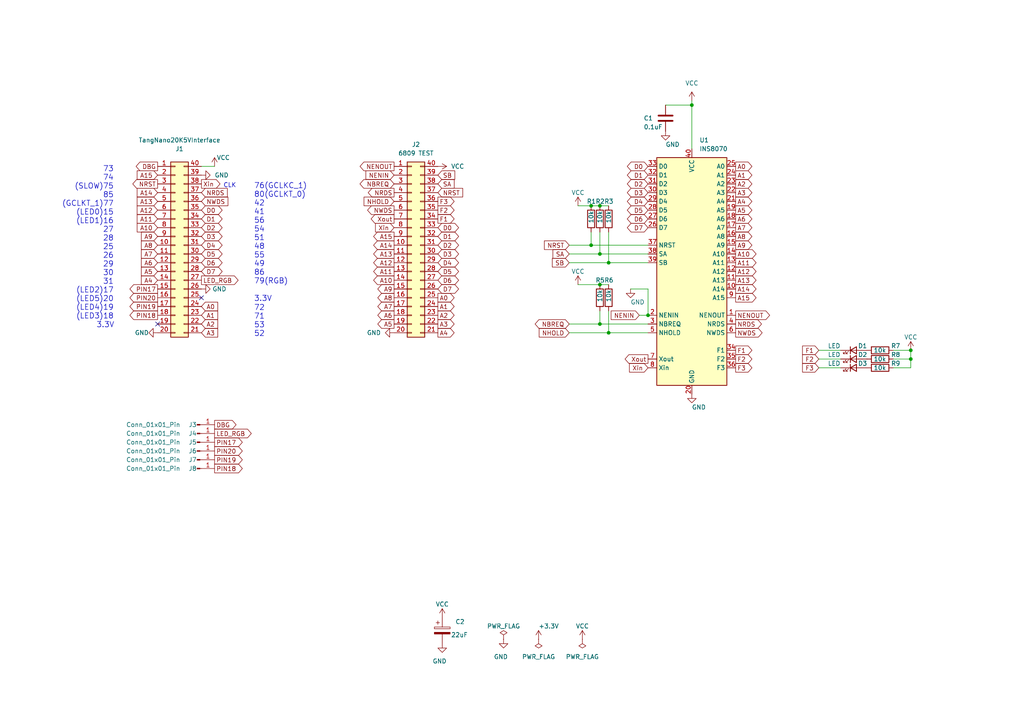
<source format=kicad_sch>
(kicad_sch (version 20230121) (generator eeschema)

  (uuid 950dc676-9e3d-407d-bc99-f86cafc50614)

  (paper "A4")

  (title_block
    (title "Memory System for INS8070 (SC/MP III)  using Tang Nano 20K")
    (date "2023-07-20")
    (rev "1.0")
    (company "Ryo Mukai")
  )

  (lib_symbols
    (symbol "000_MyLibrary:C" (pin_numbers hide) (pin_names (offset 0.254)) (in_bom yes) (on_board yes)
      (property "Reference" "C" (at 0.635 2.54 0)
        (effects (font (size 1.27 1.27)) (justify left))
      )
      (property "Value" "C" (at 0.635 -2.54 0)
        (effects (font (size 1.27 1.27)) (justify left))
      )
      (property "Footprint" "" (at 0.9652 -3.81 0)
        (effects (font (size 1.27 1.27)) hide)
      )
      (property "Datasheet" "~" (at 0 0 0)
        (effects (font (size 1.27 1.27)) hide)
      )
      (property "ki_keywords" "cap capacitor" (at 0 0 0)
        (effects (font (size 1.27 1.27)) hide)
      )
      (property "ki_description" "Unpolarized capacitor" (at 0 0 0)
        (effects (font (size 1.27 1.27)) hide)
      )
      (property "ki_fp_filters" "C_*" (at 0 0 0)
        (effects (font (size 1.27 1.27)) hide)
      )
      (symbol "C_0_1"
        (polyline
          (pts
            (xy -2.032 -0.762)
            (xy 2.032 -0.762)
          )
          (stroke (width 0.508) (type default))
          (fill (type none))
        )
        (polyline
          (pts
            (xy -2.032 0.762)
            (xy 2.032 0.762)
          )
          (stroke (width 0.508) (type default))
          (fill (type none))
        )
      )
      (symbol "C_1_1"
        (pin passive line (at 0 3.81 270) (length 2.794)
          (name "~" (effects (font (size 1.27 1.27))))
          (number "1" (effects (font (size 1.27 1.27))))
        )
        (pin passive line (at 0 -3.81 90) (length 2.794)
          (name "~" (effects (font (size 1.27 1.27))))
          (number "2" (effects (font (size 1.27 1.27))))
        )
      )
    )
    (symbol "000_MyLibrary:C_Polarized" (pin_numbers hide) (pin_names (offset 0.254)) (in_bom yes) (on_board yes)
      (property "Reference" "C" (at 0.635 2.54 0)
        (effects (font (size 1.27 1.27)) (justify left))
      )
      (property "Value" "C_Polarized" (at 0.635 -2.54 0)
        (effects (font (size 1.27 1.27)) (justify left))
      )
      (property "Footprint" "" (at 0.9652 -3.81 0)
        (effects (font (size 1.27 1.27)) hide)
      )
      (property "Datasheet" "~" (at 0 0 0)
        (effects (font (size 1.27 1.27)) hide)
      )
      (property "ki_keywords" "cap capacitor" (at 0 0 0)
        (effects (font (size 1.27 1.27)) hide)
      )
      (property "ki_description" "Polarized capacitor" (at 0 0 0)
        (effects (font (size 1.27 1.27)) hide)
      )
      (property "ki_fp_filters" "CP_*" (at 0 0 0)
        (effects (font (size 1.27 1.27)) hide)
      )
      (symbol "C_Polarized_0_1"
        (rectangle (start -2.286 0.508) (end 2.286 1.016)
          (stroke (width 0) (type default))
          (fill (type none))
        )
        (polyline
          (pts
            (xy -1.778 2.286)
            (xy -0.762 2.286)
          )
          (stroke (width 0) (type default))
          (fill (type none))
        )
        (polyline
          (pts
            (xy -1.27 2.794)
            (xy -1.27 1.778)
          )
          (stroke (width 0) (type default))
          (fill (type none))
        )
        (rectangle (start 2.286 -0.508) (end -2.286 -1.016)
          (stroke (width 0) (type default))
          (fill (type outline))
        )
      )
      (symbol "C_Polarized_1_1"
        (pin passive line (at 0 3.81 270) (length 2.794)
          (name "~" (effects (font (size 1.27 1.27))))
          (number "1" (effects (font (size 1.27 1.27))))
        )
        (pin passive line (at 0 -3.81 90) (length 2.794)
          (name "~" (effects (font (size 1.27 1.27))))
          (number "2" (effects (font (size 1.27 1.27))))
        )
      )
    )
    (symbol "000_MyLibrary:Conn_01x01_Pin" (pin_names (offset 1.016) hide) (in_bom yes) (on_board yes)
      (property "Reference" "J" (at 0 2.54 0)
        (effects (font (size 1.27 1.27)))
      )
      (property "Value" "Conn_01x01_Pin" (at 0 -2.54 0)
        (effects (font (size 1.27 1.27)))
      )
      (property "Footprint" "" (at 0 0 0)
        (effects (font (size 1.27 1.27)) hide)
      )
      (property "Datasheet" "~" (at 0 0 0)
        (effects (font (size 1.27 1.27)) hide)
      )
      (property "ki_locked" "" (at 0 0 0)
        (effects (font (size 1.27 1.27)))
      )
      (property "ki_keywords" "connector" (at 0 0 0)
        (effects (font (size 1.27 1.27)) hide)
      )
      (property "ki_description" "Generic connector, single row, 01x01, script generated" (at 0 0 0)
        (effects (font (size 1.27 1.27)) hide)
      )
      (property "ki_fp_filters" "Connector*:*_1x??_*" (at 0 0 0)
        (effects (font (size 1.27 1.27)) hide)
      )
      (symbol "Conn_01x01_Pin_1_1"
        (polyline
          (pts
            (xy 1.27 0)
            (xy 0.8636 0)
          )
          (stroke (width 0.1524) (type default))
          (fill (type none))
        )
        (rectangle (start 0.8636 0.127) (end 0 -0.127)
          (stroke (width 0.1524) (type default))
          (fill (type outline))
        )
        (pin passive line (at 5.08 0 180) (length 3.81)
          (name "Pin_1" (effects (font (size 1.27 1.27))))
          (number "1" (effects (font (size 1.27 1.27))))
        )
      )
    )
    (symbol "000_MyLibrary:Conn_02x20_Counter_Clockwise" (pin_names (offset 1.016) hide) (in_bom yes) (on_board yes)
      (property "Reference" "J" (at 1.27 25.4 0)
        (effects (font (size 1.27 1.27)))
      )
      (property "Value" "Conn_02x20_Counter_Clockwise" (at 1.27 -27.94 0)
        (effects (font (size 1.27 1.27)))
      )
      (property "Footprint" "" (at 0 0 0)
        (effects (font (size 1.27 1.27)) hide)
      )
      (property "Datasheet" "~" (at 0 0 0)
        (effects (font (size 1.27 1.27)) hide)
      )
      (property "ki_keywords" "connector" (at 0 0 0)
        (effects (font (size 1.27 1.27)) hide)
      )
      (property "ki_description" "Generic connector, double row, 02x20, counter clockwise pin numbering scheme (similar to DIP package numbering), script generated (kicad-library-utils/schlib/autogen/connector/)" (at 0 0 0)
        (effects (font (size 1.27 1.27)) hide)
      )
      (property "ki_fp_filters" "Connector*:*_2x??_*" (at 0 0 0)
        (effects (font (size 1.27 1.27)) hide)
      )
      (symbol "Conn_02x20_Counter_Clockwise_1_1"
        (rectangle (start -1.27 -25.273) (end 0 -25.527)
          (stroke (width 0.1524) (type default))
          (fill (type none))
        )
        (rectangle (start -1.27 -22.733) (end 0 -22.987)
          (stroke (width 0.1524) (type default))
          (fill (type none))
        )
        (rectangle (start -1.27 -20.193) (end 0 -20.447)
          (stroke (width 0.1524) (type default))
          (fill (type none))
        )
        (rectangle (start -1.27 -17.653) (end 0 -17.907)
          (stroke (width 0.1524) (type default))
          (fill (type none))
        )
        (rectangle (start -1.27 -15.113) (end 0 -15.367)
          (stroke (width 0.1524) (type default))
          (fill (type none))
        )
        (rectangle (start -1.27 -12.573) (end 0 -12.827)
          (stroke (width 0.1524) (type default))
          (fill (type none))
        )
        (rectangle (start -1.27 -10.033) (end 0 -10.287)
          (stroke (width 0.1524) (type default))
          (fill (type none))
        )
        (rectangle (start -1.27 -7.493) (end 0 -7.747)
          (stroke (width 0.1524) (type default))
          (fill (type none))
        )
        (rectangle (start -1.27 -4.953) (end 0 -5.207)
          (stroke (width 0.1524) (type default))
          (fill (type none))
        )
        (rectangle (start -1.27 -2.413) (end 0 -2.667)
          (stroke (width 0.1524) (type default))
          (fill (type none))
        )
        (rectangle (start -1.27 0.127) (end 0 -0.127)
          (stroke (width 0.1524) (type default))
          (fill (type none))
        )
        (rectangle (start -1.27 2.667) (end 0 2.413)
          (stroke (width 0.1524) (type default))
          (fill (type none))
        )
        (rectangle (start -1.27 5.207) (end 0 4.953)
          (stroke (width 0.1524) (type default))
          (fill (type none))
        )
        (rectangle (start -1.27 7.747) (end 0 7.493)
          (stroke (width 0.1524) (type default))
          (fill (type none))
        )
        (rectangle (start -1.27 10.287) (end 0 10.033)
          (stroke (width 0.1524) (type default))
          (fill (type none))
        )
        (rectangle (start -1.27 12.827) (end 0 12.573)
          (stroke (width 0.1524) (type default))
          (fill (type none))
        )
        (rectangle (start -1.27 15.367) (end 0 15.113)
          (stroke (width 0.1524) (type default))
          (fill (type none))
        )
        (rectangle (start -1.27 17.907) (end 0 17.653)
          (stroke (width 0.1524) (type default))
          (fill (type none))
        )
        (rectangle (start -1.27 20.447) (end 0 20.193)
          (stroke (width 0.1524) (type default))
          (fill (type none))
        )
        (rectangle (start -1.27 22.987) (end 0 22.733)
          (stroke (width 0.1524) (type default))
          (fill (type none))
        )
        (rectangle (start -1.27 24.13) (end 3.81 -26.67)
          (stroke (width 0.254) (type default))
          (fill (type background))
        )
        (rectangle (start 3.81 -25.273) (end 2.54 -25.527)
          (stroke (width 0.1524) (type default))
          (fill (type none))
        )
        (rectangle (start 3.81 -22.733) (end 2.54 -22.987)
          (stroke (width 0.1524) (type default))
          (fill (type none))
        )
        (rectangle (start 3.81 -20.193) (end 2.54 -20.447)
          (stroke (width 0.1524) (type default))
          (fill (type none))
        )
        (rectangle (start 3.81 -17.653) (end 2.54 -17.907)
          (stroke (width 0.1524) (type default))
          (fill (type none))
        )
        (rectangle (start 3.81 -15.113) (end 2.54 -15.367)
          (stroke (width 0.1524) (type default))
          (fill (type none))
        )
        (rectangle (start 3.81 -12.573) (end 2.54 -12.827)
          (stroke (width 0.1524) (type default))
          (fill (type none))
        )
        (rectangle (start 3.81 -10.033) (end 2.54 -10.287)
          (stroke (width 0.1524) (type default))
          (fill (type none))
        )
        (rectangle (start 3.81 -7.493) (end 2.54 -7.747)
          (stroke (width 0.1524) (type default))
          (fill (type none))
        )
        (rectangle (start 3.81 -4.953) (end 2.54 -5.207)
          (stroke (width 0.1524) (type default))
          (fill (type none))
        )
        (rectangle (start 3.81 -2.413) (end 2.54 -2.667)
          (stroke (width 0.1524) (type default))
          (fill (type none))
        )
        (rectangle (start 3.81 0.127) (end 2.54 -0.127)
          (stroke (width 0.1524) (type default))
          (fill (type none))
        )
        (rectangle (start 3.81 2.667) (end 2.54 2.413)
          (stroke (width 0.1524) (type default))
          (fill (type none))
        )
        (rectangle (start 3.81 5.207) (end 2.54 4.953)
          (stroke (width 0.1524) (type default))
          (fill (type none))
        )
        (rectangle (start 3.81 7.747) (end 2.54 7.493)
          (stroke (width 0.1524) (type default))
          (fill (type none))
        )
        (rectangle (start 3.81 10.287) (end 2.54 10.033)
          (stroke (width 0.1524) (type default))
          (fill (type none))
        )
        (rectangle (start 3.81 12.827) (end 2.54 12.573)
          (stroke (width 0.1524) (type default))
          (fill (type none))
        )
        (rectangle (start 3.81 15.367) (end 2.54 15.113)
          (stroke (width 0.1524) (type default))
          (fill (type none))
        )
        (rectangle (start 3.81 17.907) (end 2.54 17.653)
          (stroke (width 0.1524) (type default))
          (fill (type none))
        )
        (rectangle (start 3.81 20.447) (end 2.54 20.193)
          (stroke (width 0.1524) (type default))
          (fill (type none))
        )
        (rectangle (start 3.81 22.987) (end 2.54 22.733)
          (stroke (width 0.1524) (type default))
          (fill (type none))
        )
        (pin passive line (at -5.08 22.86 0) (length 3.81)
          (name "Pin_1" (effects (font (size 1.27 1.27))))
          (number "1" (effects (font (size 1.27 1.27))))
        )
        (pin passive line (at -5.08 0 0) (length 3.81)
          (name "Pin_10" (effects (font (size 1.27 1.27))))
          (number "10" (effects (font (size 1.27 1.27))))
        )
        (pin passive line (at -5.08 -2.54 0) (length 3.81)
          (name "Pin_11" (effects (font (size 1.27 1.27))))
          (number "11" (effects (font (size 1.27 1.27))))
        )
        (pin passive line (at -5.08 -5.08 0) (length 3.81)
          (name "Pin_12" (effects (font (size 1.27 1.27))))
          (number "12" (effects (font (size 1.27 1.27))))
        )
        (pin passive line (at -5.08 -7.62 0) (length 3.81)
          (name "Pin_13" (effects (font (size 1.27 1.27))))
          (number "13" (effects (font (size 1.27 1.27))))
        )
        (pin passive line (at -5.08 -10.16 0) (length 3.81)
          (name "Pin_14" (effects (font (size 1.27 1.27))))
          (number "14" (effects (font (size 1.27 1.27))))
        )
        (pin passive line (at -5.08 -12.7 0) (length 3.81)
          (name "Pin_15" (effects (font (size 1.27 1.27))))
          (number "15" (effects (font (size 1.27 1.27))))
        )
        (pin passive line (at -5.08 -15.24 0) (length 3.81)
          (name "Pin_16" (effects (font (size 1.27 1.27))))
          (number "16" (effects (font (size 1.27 1.27))))
        )
        (pin passive line (at -5.08 -17.78 0) (length 3.81)
          (name "Pin_17" (effects (font (size 1.27 1.27))))
          (number "17" (effects (font (size 1.27 1.27))))
        )
        (pin passive line (at -5.08 -20.32 0) (length 3.81)
          (name "Pin_18" (effects (font (size 1.27 1.27))))
          (number "18" (effects (font (size 1.27 1.27))))
        )
        (pin passive line (at -5.08 -22.86 0) (length 3.81)
          (name "Pin_19" (effects (font (size 1.27 1.27))))
          (number "19" (effects (font (size 1.27 1.27))))
        )
        (pin passive line (at -5.08 20.32 0) (length 3.81)
          (name "Pin_2" (effects (font (size 1.27 1.27))))
          (number "2" (effects (font (size 1.27 1.27))))
        )
        (pin passive line (at -5.08 -25.4 0) (length 3.81)
          (name "Pin_20" (effects (font (size 1.27 1.27))))
          (number "20" (effects (font (size 1.27 1.27))))
        )
        (pin passive line (at 7.62 -25.4 180) (length 3.81)
          (name "Pin_21" (effects (font (size 1.27 1.27))))
          (number "21" (effects (font (size 1.27 1.27))))
        )
        (pin passive line (at 7.62 -22.86 180) (length 3.81)
          (name "Pin_22" (effects (font (size 1.27 1.27))))
          (number "22" (effects (font (size 1.27 1.27))))
        )
        (pin passive line (at 7.62 -20.32 180) (length 3.81)
          (name "Pin_23" (effects (font (size 1.27 1.27))))
          (number "23" (effects (font (size 1.27 1.27))))
        )
        (pin passive line (at 7.62 -17.78 180) (length 3.81)
          (name "Pin_24" (effects (font (size 1.27 1.27))))
          (number "24" (effects (font (size 1.27 1.27))))
        )
        (pin passive line (at 7.62 -15.24 180) (length 3.81)
          (name "Pin_25" (effects (font (size 1.27 1.27))))
          (number "25" (effects (font (size 1.27 1.27))))
        )
        (pin passive line (at 7.62 -12.7 180) (length 3.81)
          (name "Pin_26" (effects (font (size 1.27 1.27))))
          (number "26" (effects (font (size 1.27 1.27))))
        )
        (pin passive line (at 7.62 -10.16 180) (length 3.81)
          (name "Pin_27" (effects (font (size 1.27 1.27))))
          (number "27" (effects (font (size 1.27 1.27))))
        )
        (pin passive line (at 7.62 -7.62 180) (length 3.81)
          (name "Pin_28" (effects (font (size 1.27 1.27))))
          (number "28" (effects (font (size 1.27 1.27))))
        )
        (pin passive line (at 7.62 -5.08 180) (length 3.81)
          (name "Pin_29" (effects (font (size 1.27 1.27))))
          (number "29" (effects (font (size 1.27 1.27))))
        )
        (pin passive line (at -5.08 17.78 0) (length 3.81)
          (name "Pin_3" (effects (font (size 1.27 1.27))))
          (number "3" (effects (font (size 1.27 1.27))))
        )
        (pin passive line (at 7.62 -2.54 180) (length 3.81)
          (name "Pin_30" (effects (font (size 1.27 1.27))))
          (number "30" (effects (font (size 1.27 1.27))))
        )
        (pin passive line (at 7.62 0 180) (length 3.81)
          (name "Pin_31" (effects (font (size 1.27 1.27))))
          (number "31" (effects (font (size 1.27 1.27))))
        )
        (pin passive line (at 7.62 2.54 180) (length 3.81)
          (name "Pin_32" (effects (font (size 1.27 1.27))))
          (number "32" (effects (font (size 1.27 1.27))))
        )
        (pin passive line (at 7.62 5.08 180) (length 3.81)
          (name "Pin_33" (effects (font (size 1.27 1.27))))
          (number "33" (effects (font (size 1.27 1.27))))
        )
        (pin passive line (at 7.62 7.62 180) (length 3.81)
          (name "Pin_34" (effects (font (size 1.27 1.27))))
          (number "34" (effects (font (size 1.27 1.27))))
        )
        (pin passive line (at 7.62 10.16 180) (length 3.81)
          (name "Pin_35" (effects (font (size 1.27 1.27))))
          (number "35" (effects (font (size 1.27 1.27))))
        )
        (pin passive line (at 7.62 12.7 180) (length 3.81)
          (name "Pin_36" (effects (font (size 1.27 1.27))))
          (number "36" (effects (font (size 1.27 1.27))))
        )
        (pin passive line (at 7.62 15.24 180) (length 3.81)
          (name "Pin_37" (effects (font (size 1.27 1.27))))
          (number "37" (effects (font (size 1.27 1.27))))
        )
        (pin passive line (at 7.62 17.78 180) (length 3.81)
          (name "Pin_38" (effects (font (size 1.27 1.27))))
          (number "38" (effects (font (size 1.27 1.27))))
        )
        (pin passive line (at 7.62 20.32 180) (length 3.81)
          (name "Pin_39" (effects (font (size 1.27 1.27))))
          (number "39" (effects (font (size 1.27 1.27))))
        )
        (pin passive line (at -5.08 15.24 0) (length 3.81)
          (name "Pin_4" (effects (font (size 1.27 1.27))))
          (number "4" (effects (font (size 1.27 1.27))))
        )
        (pin passive line (at 7.62 22.86 180) (length 3.81)
          (name "Pin_40" (effects (font (size 1.27 1.27))))
          (number "40" (effects (font (size 1.27 1.27))))
        )
        (pin passive line (at -5.08 12.7 0) (length 3.81)
          (name "Pin_5" (effects (font (size 1.27 1.27))))
          (number "5" (effects (font (size 1.27 1.27))))
        )
        (pin passive line (at -5.08 10.16 0) (length 3.81)
          (name "Pin_6" (effects (font (size 1.27 1.27))))
          (number "6" (effects (font (size 1.27 1.27))))
        )
        (pin passive line (at -5.08 7.62 0) (length 3.81)
          (name "Pin_7" (effects (font (size 1.27 1.27))))
          (number "7" (effects (font (size 1.27 1.27))))
        )
        (pin passive line (at -5.08 5.08 0) (length 3.81)
          (name "Pin_8" (effects (font (size 1.27 1.27))))
          (number "8" (effects (font (size 1.27 1.27))))
        )
        (pin passive line (at -5.08 2.54 0) (length 3.81)
          (name "Pin_9" (effects (font (size 1.27 1.27))))
          (number "9" (effects (font (size 1.27 1.27))))
        )
      )
    )
    (symbol "000_MyLibrary:INS8070" (in_bom yes) (on_board yes)
      (property "Reference" "U" (at -7.62 34.29 0)
        (effects (font (size 1.27 1.27)) (justify right))
      )
      (property "Value" "INS8070" (at 10.16 34.29 0)
        (effects (font (size 1.27 1.27)) (justify right))
      )
      (property "Footprint" "Package_DIP:DIP-40_W15.24mm" (at 0 -38.1 0)
        (effects (font (size 1.27 1.27)) hide)
      )
      (property "Datasheet" "" (at 0 0 0)
        (effects (font (size 1.27 1.27)) hide)
      )
      (property "ki_keywords" "MCU" (at 0 0 0)
        (effects (font (size 1.27 1.27)) hide)
      )
      (property "ki_description" "8-Bit Microprocessing unit,  DIP-40" (at 0 0 0)
        (effects (font (size 1.27 1.27)) hide)
      )
      (property "ki_fp_filters" "DIP*W15.24mm*" (at 0 0 0)
        (effects (font (size 1.27 1.27)) hide)
      )
      (symbol "INS8070_0_1"
        (rectangle (start -10.16 -33.02) (end 10.16 33.02)
          (stroke (width 0.254) (type default))
          (fill (type background))
        )
      )
      (symbol "INS8070_1_1"
        (pin output line (at 12.7 -12.7 180) (length 2.54)
          (name "NENOUT" (effects (font (size 1.27 1.27))))
          (number "1" (effects (font (size 1.27 1.27))))
        )
        (pin output line (at 12.7 -5.08 180) (length 2.54)
          (name "A14" (effects (font (size 1.27 1.27))))
          (number "10" (effects (font (size 1.27 1.27))))
        )
        (pin output line (at 12.7 -2.54 180) (length 2.54)
          (name "A13" (effects (font (size 1.27 1.27))))
          (number "11" (effects (font (size 1.27 1.27))))
        )
        (pin output line (at 12.7 0 180) (length 2.54)
          (name "A12" (effects (font (size 1.27 1.27))))
          (number "12" (effects (font (size 1.27 1.27))))
        )
        (pin output line (at 12.7 2.54 180) (length 2.54)
          (name "A11" (effects (font (size 1.27 1.27))))
          (number "13" (effects (font (size 1.27 1.27))))
        )
        (pin output line (at 12.7 5.08 180) (length 2.54)
          (name "A10" (effects (font (size 1.27 1.27))))
          (number "14" (effects (font (size 1.27 1.27))))
        )
        (pin output line (at 12.7 7.62 180) (length 2.54)
          (name "A9" (effects (font (size 1.27 1.27))))
          (number "15" (effects (font (size 1.27 1.27))))
        )
        (pin output line (at 12.7 10.16 180) (length 2.54)
          (name "A8" (effects (font (size 1.27 1.27))))
          (number "16" (effects (font (size 1.27 1.27))))
        )
        (pin output line (at 12.7 12.7 180) (length 2.54)
          (name "A7" (effects (font (size 1.27 1.27))))
          (number "17" (effects (font (size 1.27 1.27))))
        )
        (pin output line (at 12.7 15.24 180) (length 2.54)
          (name "A6" (effects (font (size 1.27 1.27))))
          (number "18" (effects (font (size 1.27 1.27))))
        )
        (pin output line (at 12.7 17.78 180) (length 2.54)
          (name "A5" (effects (font (size 1.27 1.27))))
          (number "19" (effects (font (size 1.27 1.27))))
        )
        (pin input line (at -12.7 -12.7 0) (length 2.54)
          (name "NENIN" (effects (font (size 1.27 1.27))))
          (number "2" (effects (font (size 1.27 1.27))))
        )
        (pin power_in line (at 0 -35.56 90) (length 2.54)
          (name "GND" (effects (font (size 1.27 1.27))))
          (number "20" (effects (font (size 1.27 1.27))))
        )
        (pin output line (at 12.7 20.32 180) (length 2.54)
          (name "A4" (effects (font (size 1.27 1.27))))
          (number "21" (effects (font (size 1.27 1.27))))
        )
        (pin output line (at 12.7 22.86 180) (length 2.54)
          (name "A3" (effects (font (size 1.27 1.27))))
          (number "22" (effects (font (size 1.27 1.27))))
        )
        (pin output line (at 12.7 25.4 180) (length 2.54)
          (name "A2" (effects (font (size 1.27 1.27))))
          (number "23" (effects (font (size 1.27 1.27))))
        )
        (pin output line (at 12.7 27.94 180) (length 2.54)
          (name "A1" (effects (font (size 1.27 1.27))))
          (number "24" (effects (font (size 1.27 1.27))))
        )
        (pin output line (at 12.7 30.48 180) (length 2.54)
          (name "A0" (effects (font (size 1.27 1.27))))
          (number "25" (effects (font (size 1.27 1.27))))
        )
        (pin bidirectional line (at -12.7 12.7 0) (length 2.54)
          (name "D7" (effects (font (size 1.27 1.27))))
          (number "26" (effects (font (size 1.27 1.27))))
        )
        (pin bidirectional line (at -12.7 15.24 0) (length 2.54)
          (name "D6" (effects (font (size 1.27 1.27))))
          (number "27" (effects (font (size 1.27 1.27))))
        )
        (pin bidirectional line (at -12.7 17.78 0) (length 2.54)
          (name "D5" (effects (font (size 1.27 1.27))))
          (number "28" (effects (font (size 1.27 1.27))))
        )
        (pin bidirectional line (at -12.7 20.32 0) (length 2.54)
          (name "D4" (effects (font (size 1.27 1.27))))
          (number "29" (effects (font (size 1.27 1.27))))
        )
        (pin bidirectional line (at -12.7 -15.24 0) (length 2.54)
          (name "NBREQ" (effects (font (size 1.27 1.27))))
          (number "3" (effects (font (size 1.27 1.27))))
        )
        (pin bidirectional line (at -12.7 22.86 0) (length 2.54)
          (name "D3" (effects (font (size 1.27 1.27))))
          (number "30" (effects (font (size 1.27 1.27))))
        )
        (pin bidirectional line (at -12.7 25.4 0) (length 2.54)
          (name "D2" (effects (font (size 1.27 1.27))))
          (number "31" (effects (font (size 1.27 1.27))))
        )
        (pin bidirectional line (at -12.7 27.94 0) (length 2.54)
          (name "D1" (effects (font (size 1.27 1.27))))
          (number "32" (effects (font (size 1.27 1.27))))
        )
        (pin bidirectional line (at -12.7 30.48 0) (length 2.54)
          (name "D0" (effects (font (size 1.27 1.27))))
          (number "33" (effects (font (size 1.27 1.27))))
        )
        (pin output line (at 12.7 -22.86 180) (length 2.54)
          (name "F1" (effects (font (size 1.27 1.27))))
          (number "34" (effects (font (size 1.27 1.27))))
        )
        (pin output line (at 12.7 -25.4 180) (length 2.54)
          (name "F2" (effects (font (size 1.27 1.27))))
          (number "35" (effects (font (size 1.27 1.27))))
        )
        (pin input line (at 12.7 -27.94 180) (length 2.54)
          (name "F3" (effects (font (size 1.27 1.27))))
          (number "36" (effects (font (size 1.27 1.27))))
        )
        (pin input line (at -12.7 7.62 0) (length 2.54)
          (name "NRST" (effects (font (size 1.27 1.27))))
          (number "37" (effects (font (size 1.27 1.27))))
        )
        (pin input line (at -12.7 5.08 0) (length 2.54)
          (name "SA" (effects (font (size 1.27 1.27))))
          (number "38" (effects (font (size 1.27 1.27))))
        )
        (pin input line (at -12.7 2.54 0) (length 2.54)
          (name "SB" (effects (font (size 1.27 1.27))))
          (number "39" (effects (font (size 1.27 1.27))))
        )
        (pin output line (at 12.7 -15.24 180) (length 2.54)
          (name "NRDS" (effects (font (size 1.27 1.27))))
          (number "4" (effects (font (size 1.27 1.27))))
        )
        (pin power_in line (at 0 35.56 270) (length 2.54)
          (name "VCC" (effects (font (size 1.27 1.27))))
          (number "40" (effects (font (size 1.27 1.27))))
        )
        (pin input line (at -12.7 -17.78 0) (length 2.54)
          (name "NHOLD" (effects (font (size 1.27 1.27))))
          (number "5" (effects (font (size 1.27 1.27))))
        )
        (pin output line (at 12.7 -17.78 180) (length 2.54)
          (name "NWDS" (effects (font (size 1.27 1.27))))
          (number "6" (effects (font (size 1.27 1.27))))
        )
        (pin input line (at -12.7 -25.4 0) (length 2.54)
          (name "Xout" (effects (font (size 1.27 1.27))))
          (number "7" (effects (font (size 1.27 1.27))))
        )
        (pin input line (at -12.7 -27.94 0) (length 2.54)
          (name "Xin" (effects (font (size 1.27 1.27))))
          (number "8" (effects (font (size 1.27 1.27))))
        )
        (pin output line (at 12.7 -7.62 180) (length 2.54)
          (name "A15" (effects (font (size 1.27 1.27))))
          (number "9" (effects (font (size 1.27 1.27))))
        )
      )
    )
    (symbol "000_MyLibrary:LED" (pin_numbers hide) (pin_names (offset 1.016) hide) (in_bom yes) (on_board yes)
      (property "Reference" "D" (at 0.254 2.54 0)
        (effects (font (size 1.27 1.27)))
      )
      (property "Value" "LED" (at 0.254 -2.54 0)
        (effects (font (size 1.27 1.27)))
      )
      (property "Footprint" "" (at 0.254 0 0)
        (effects (font (size 1.27 1.27)) hide)
      )
      (property "Datasheet" "~" (at 0.254 0 0)
        (effects (font (size 1.27 1.27)) hide)
      )
      (property "ki_keywords" "LED diode" (at 0 0 0)
        (effects (font (size 1.27 1.27)) hide)
      )
      (property "ki_description" "Light emitting diode" (at 0 0 0)
        (effects (font (size 1.27 1.27)) hide)
      )
      (property "ki_fp_filters" "LED* LED_SMD:* LED_THT:*" (at 0 0 0)
        (effects (font (size 1.27 1.27)) hide)
      )
      (symbol "LED_0_1"
        (polyline
          (pts
            (xy -1.27 0)
            (xy 1.27 0)
          )
          (stroke (width 0) (type default))
          (fill (type none))
        )
        (polyline
          (pts
            (xy -1.016 -1.016)
            (xy -1.016 1.016)
          )
          (stroke (width 0.254) (type default))
          (fill (type none))
        )
        (polyline
          (pts
            (xy 0.762 -1.016)
            (xy 0.762 1.016)
            (xy -1.016 0)
            (xy 0.762 -1.016)
          )
          (stroke (width 0.254) (type default))
          (fill (type none))
        )
        (polyline
          (pts
            (xy -2.286 -0.254)
            (xy -3.048 -1.016)
            (xy -2.54 -1.016)
            (xy -3.048 -1.016)
            (xy -3.048 -0.508)
          )
          (stroke (width 0) (type default))
          (fill (type none))
        )
        (polyline
          (pts
            (xy -1.524 -0.254)
            (xy -2.286 -1.016)
            (xy -1.778 -1.016)
            (xy -2.286 -1.016)
            (xy -2.286 -0.508)
          )
          (stroke (width 0) (type default))
          (fill (type none))
        )
      )
      (symbol "LED_1_1"
        (pin passive line (at -3.81 0 0) (length 2.54)
          (name "K" (effects (font (size 1.27 1.27))))
          (number "1" (effects (font (size 1.27 1.27))))
        )
        (pin passive line (at 3.81 0 180) (length 2.54)
          (name "A" (effects (font (size 1.27 1.27))))
          (number "2" (effects (font (size 1.27 1.27))))
        )
      )
    )
    (symbol "000_MyLibrary:R" (pin_numbers hide) (pin_names (offset 0)) (in_bom yes) (on_board yes)
      (property "Reference" "R" (at 2.032 0 90)
        (effects (font (size 1.27 1.27)))
      )
      (property "Value" "R" (at 0 0 90)
        (effects (font (size 1.27 1.27)))
      )
      (property "Footprint" "" (at -1.778 0 90)
        (effects (font (size 1.27 1.27)) hide)
      )
      (property "Datasheet" "~" (at 0 0 0)
        (effects (font (size 1.27 1.27)) hide)
      )
      (property "ki_keywords" "R res resistor" (at 0 0 0)
        (effects (font (size 1.27 1.27)) hide)
      )
      (property "ki_description" "Resistor" (at 0 0 0)
        (effects (font (size 1.27 1.27)) hide)
      )
      (property "ki_fp_filters" "R_*" (at 0 0 0)
        (effects (font (size 1.27 1.27)) hide)
      )
      (symbol "R_0_1"
        (rectangle (start -1.016 -2.54) (end 1.016 2.54)
          (stroke (width 0.254) (type default))
          (fill (type none))
        )
      )
      (symbol "R_1_1"
        (pin passive line (at 0 3.81 270) (length 1.27)
          (name "~" (effects (font (size 1.27 1.27))))
          (number "1" (effects (font (size 1.27 1.27))))
        )
        (pin passive line (at 0 -3.81 90) (length 1.27)
          (name "~" (effects (font (size 1.27 1.27))))
          (number "2" (effects (font (size 1.27 1.27))))
        )
      )
    )
    (symbol "power:+3.3V" (power) (pin_names (offset 0)) (in_bom yes) (on_board yes)
      (property "Reference" "#PWR" (at 0 -3.81 0)
        (effects (font (size 1.27 1.27)) hide)
      )
      (property "Value" "+3.3V" (at 0 3.556 0)
        (effects (font (size 1.27 1.27)))
      )
      (property "Footprint" "" (at 0 0 0)
        (effects (font (size 1.27 1.27)) hide)
      )
      (property "Datasheet" "" (at 0 0 0)
        (effects (font (size 1.27 1.27)) hide)
      )
      (property "ki_keywords" "global power" (at 0 0 0)
        (effects (font (size 1.27 1.27)) hide)
      )
      (property "ki_description" "Power symbol creates a global label with name \"+3.3V\"" (at 0 0 0)
        (effects (font (size 1.27 1.27)) hide)
      )
      (symbol "+3.3V_0_1"
        (polyline
          (pts
            (xy -0.762 1.27)
            (xy 0 2.54)
          )
          (stroke (width 0) (type default))
          (fill (type none))
        )
        (polyline
          (pts
            (xy 0 0)
            (xy 0 2.54)
          )
          (stroke (width 0) (type default))
          (fill (type none))
        )
        (polyline
          (pts
            (xy 0 2.54)
            (xy 0.762 1.27)
          )
          (stroke (width 0) (type default))
          (fill (type none))
        )
      )
      (symbol "+3.3V_1_1"
        (pin power_in line (at 0 0 90) (length 0) hide
          (name "+3.3V" (effects (font (size 1.27 1.27))))
          (number "1" (effects (font (size 1.27 1.27))))
        )
      )
    )
    (symbol "power:GND" (power) (pin_names (offset 0)) (in_bom yes) (on_board yes)
      (property "Reference" "#PWR" (at 0 -6.35 0)
        (effects (font (size 1.27 1.27)) hide)
      )
      (property "Value" "GND" (at 0 -3.81 0)
        (effects (font (size 1.27 1.27)))
      )
      (property "Footprint" "" (at 0 0 0)
        (effects (font (size 1.27 1.27)) hide)
      )
      (property "Datasheet" "" (at 0 0 0)
        (effects (font (size 1.27 1.27)) hide)
      )
      (property "ki_keywords" "global power" (at 0 0 0)
        (effects (font (size 1.27 1.27)) hide)
      )
      (property "ki_description" "Power symbol creates a global label with name \"GND\" , ground" (at 0 0 0)
        (effects (font (size 1.27 1.27)) hide)
      )
      (symbol "GND_0_1"
        (polyline
          (pts
            (xy 0 0)
            (xy 0 -1.27)
            (xy 1.27 -1.27)
            (xy 0 -2.54)
            (xy -1.27 -1.27)
            (xy 0 -1.27)
          )
          (stroke (width 0) (type default))
          (fill (type none))
        )
      )
      (symbol "GND_1_1"
        (pin power_in line (at 0 0 270) (length 0) hide
          (name "GND" (effects (font (size 1.27 1.27))))
          (number "1" (effects (font (size 1.27 1.27))))
        )
      )
    )
    (symbol "power:PWR_FLAG" (power) (pin_numbers hide) (pin_names (offset 0) hide) (in_bom yes) (on_board yes)
      (property "Reference" "#FLG" (at 0 1.905 0)
        (effects (font (size 1.27 1.27)) hide)
      )
      (property "Value" "PWR_FLAG" (at 0 3.81 0)
        (effects (font (size 1.27 1.27)))
      )
      (property "Footprint" "" (at 0 0 0)
        (effects (font (size 1.27 1.27)) hide)
      )
      (property "Datasheet" "~" (at 0 0 0)
        (effects (font (size 1.27 1.27)) hide)
      )
      (property "ki_keywords" "flag power" (at 0 0 0)
        (effects (font (size 1.27 1.27)) hide)
      )
      (property "ki_description" "Special symbol for telling ERC where power comes from" (at 0 0 0)
        (effects (font (size 1.27 1.27)) hide)
      )
      (symbol "PWR_FLAG_0_0"
        (pin power_out line (at 0 0 90) (length 0)
          (name "pwr" (effects (font (size 1.27 1.27))))
          (number "1" (effects (font (size 1.27 1.27))))
        )
      )
      (symbol "PWR_FLAG_0_1"
        (polyline
          (pts
            (xy 0 0)
            (xy 0 1.27)
            (xy -1.016 1.905)
            (xy 0 2.54)
            (xy 1.016 1.905)
            (xy 0 1.27)
          )
          (stroke (width 0) (type default))
          (fill (type none))
        )
      )
    )
    (symbol "power:VCC" (power) (pin_names (offset 0)) (in_bom yes) (on_board yes)
      (property "Reference" "#PWR" (at 0 -3.81 0)
        (effects (font (size 1.27 1.27)) hide)
      )
      (property "Value" "VCC" (at 0 3.81 0)
        (effects (font (size 1.27 1.27)))
      )
      (property "Footprint" "" (at 0 0 0)
        (effects (font (size 1.27 1.27)) hide)
      )
      (property "Datasheet" "" (at 0 0 0)
        (effects (font (size 1.27 1.27)) hide)
      )
      (property "ki_keywords" "global power" (at 0 0 0)
        (effects (font (size 1.27 1.27)) hide)
      )
      (property "ki_description" "Power symbol creates a global label with name \"VCC\"" (at 0 0 0)
        (effects (font (size 1.27 1.27)) hide)
      )
      (symbol "VCC_0_1"
        (polyline
          (pts
            (xy -0.762 1.27)
            (xy 0 2.54)
          )
          (stroke (width 0) (type default))
          (fill (type none))
        )
        (polyline
          (pts
            (xy 0 0)
            (xy 0 2.54)
          )
          (stroke (width 0) (type default))
          (fill (type none))
        )
        (polyline
          (pts
            (xy 0 2.54)
            (xy 0.762 1.27)
          )
          (stroke (width 0) (type default))
          (fill (type none))
        )
      )
      (symbol "VCC_1_1"
        (pin power_in line (at 0 0 90) (length 0) hide
          (name "VCC" (effects (font (size 1.27 1.27))))
          (number "1" (effects (font (size 1.27 1.27))))
        )
      )
    )
  )

  (junction (at 200.66 30.48) (diameter 0) (color 0 0 0 0)
    (uuid 22b5c770-a71a-4ffd-94a2-5e1ce39e2f6a)
  )
  (junction (at 176.53 96.52) (diameter 0) (color 0 0 0 0)
    (uuid 249d4f49-ec0f-4f57-b3cf-c22fa6b736b7)
  )
  (junction (at 176.53 76.2) (diameter 0) (color 0 0 0 0)
    (uuid 379d81eb-edd1-4962-8b98-80e155f18789)
  )
  (junction (at 171.45 59.69) (diameter 0) (color 0 0 0 0)
    (uuid 43e723b1-f848-411d-8c44-55732ff7cda6)
  )
  (junction (at 264.16 104.14) (diameter 0) (color 0 0 0 0)
    (uuid 52702d8d-8caa-4c79-9ab4-e45a796d9f21)
  )
  (junction (at 173.99 59.69) (diameter 0) (color 0 0 0 0)
    (uuid 8affef37-223a-4634-b370-972365d873a6)
  )
  (junction (at 171.45 71.12) (diameter 0) (color 0 0 0 0)
    (uuid 98982458-d295-47d1-9cf5-e3c0fc6988c5)
  )
  (junction (at 187.96 91.44) (diameter 0) (color 0 0 0 0)
    (uuid 9d17ff20-9513-4426-a9be-e4152abc88e8)
  )
  (junction (at 173.99 73.66) (diameter 0) (color 0 0 0 0)
    (uuid bccf4762-b9b8-41df-ac01-576c1619601e)
  )
  (junction (at 173.99 82.55) (diameter 0) (color 0 0 0 0)
    (uuid dc747c15-1498-47ab-aab2-2b029a43dfc5)
  )
  (junction (at 173.99 93.98) (diameter 0) (color 0 0 0 0)
    (uuid f085d894-03ae-442e-aff5-d759be292560)
  )
  (junction (at 264.16 101.6) (diameter 0) (color 0 0 0 0)
    (uuid fd0a698b-e559-4939-8cc9-b0792f2b2b49)
  )

  (no_connect (at 45.72 93.98) (uuid 7ddc4309-3b4e-4c04-9fc6-3c372a238947))
  (no_connect (at 58.42 86.36) (uuid a9dd4940-0178-4d3c-8a09-155b7d25d79d))

  (wire (pts (xy 237.49 104.14) (xy 243.84 104.14))
    (stroke (width 0) (type default))
    (uuid 0eaa1c7c-e71b-414f-84bc-5b4ee8aaa60c)
  )
  (wire (pts (xy 176.53 90.17) (xy 176.53 96.52))
    (stroke (width 0) (type default))
    (uuid 0f38f337-07f7-440f-b72e-400bc86941e3)
  )
  (wire (pts (xy 237.49 106.68) (xy 243.84 106.68))
    (stroke (width 0) (type default))
    (uuid 11b4a415-cbe5-4046-9821-08456979e1d1)
  )
  (wire (pts (xy 171.45 59.69) (xy 173.99 59.69))
    (stroke (width 0) (type default))
    (uuid 15529f97-136c-4585-a77f-bfa30cb5395c)
  )
  (wire (pts (xy 264.16 106.68) (xy 264.16 104.14))
    (stroke (width 0) (type default))
    (uuid 1a1e22cf-3d13-4ec9-bfb9-77164bde8662)
  )
  (wire (pts (xy 259.08 106.68) (xy 264.16 106.68))
    (stroke (width 0) (type default))
    (uuid 23be8634-e512-43ef-ad65-81ceb4c69a3d)
  )
  (wire (pts (xy 182.88 83.82) (xy 187.96 83.82))
    (stroke (width 0) (type default))
    (uuid 2fbc0c16-0140-43de-bcd9-40cd411f3bda)
  )
  (wire (pts (xy 193.04 30.48) (xy 200.66 30.48))
    (stroke (width 0) (type default))
    (uuid 425f32ca-0a0c-40ce-8ed7-a0eba9c449db)
  )
  (wire (pts (xy 176.53 96.52) (xy 187.96 96.52))
    (stroke (width 0) (type default))
    (uuid 43089f76-b34a-490a-b7ef-9906cffa2fab)
  )
  (wire (pts (xy 173.99 90.17) (xy 173.99 93.98))
    (stroke (width 0) (type default))
    (uuid 4c83da7f-6260-4903-94a2-a6d867d8f54c)
  )
  (wire (pts (xy 165.1 71.12) (xy 171.45 71.12))
    (stroke (width 0) (type default))
    (uuid 4ffeb545-1965-4515-8c67-23b82c49c34a)
  )
  (wire (pts (xy 237.49 101.6) (xy 243.84 101.6))
    (stroke (width 0) (type default))
    (uuid 5c246e9c-de2d-41d5-867b-2660847a0589)
  )
  (wire (pts (xy 173.99 73.66) (xy 187.96 73.66))
    (stroke (width 0) (type default))
    (uuid 640b264f-2ea6-4f7e-8d30-4fd21df0d72b)
  )
  (wire (pts (xy 167.64 59.69) (xy 171.45 59.69))
    (stroke (width 0) (type default))
    (uuid 664e17c8-f712-43ef-a8be-7ff72bf27bad)
  )
  (wire (pts (xy 167.64 82.55) (xy 173.99 82.55))
    (stroke (width 0) (type default))
    (uuid 745cb226-4353-4aea-9622-a5e21be076f8)
  )
  (wire (pts (xy 165.1 93.98) (xy 173.99 93.98))
    (stroke (width 0) (type default))
    (uuid 77175139-b9c3-49f7-b5ef-e4c4cca2b060)
  )
  (wire (pts (xy 200.66 30.48) (xy 200.66 43.18))
    (stroke (width 0) (type default))
    (uuid 7a403276-f823-4f0f-9e2a-7934b10e0ff0)
  )
  (wire (pts (xy 173.99 59.69) (xy 176.53 59.69))
    (stroke (width 0) (type default))
    (uuid 7fb22d2c-bcfe-4a67-8b68-87e618c3bd5d)
  )
  (wire (pts (xy 259.08 101.6) (xy 264.16 101.6))
    (stroke (width 0) (type default))
    (uuid 8675720b-c663-4e82-839f-aea975fe0eab)
  )
  (wire (pts (xy 171.45 67.31) (xy 171.45 71.12))
    (stroke (width 0) (type default))
    (uuid 8d56f8f9-739a-422b-812f-7a4db5d96add)
  )
  (wire (pts (xy 264.16 101.6) (xy 264.16 104.14))
    (stroke (width 0) (type default))
    (uuid 9a4feefa-ce87-42a0-a170-94beadc98131)
  )
  (wire (pts (xy 62.23 48.26) (xy 58.42 48.26))
    (stroke (width 0) (type default))
    (uuid 9aa7b434-afba-4e0f-b422-cad81340d0c8)
  )
  (wire (pts (xy 171.45 71.12) (xy 187.96 71.12))
    (stroke (width 0) (type default))
    (uuid 9c97ffd3-573c-4770-810a-7b7e664bcf84)
  )
  (wire (pts (xy 185.42 91.44) (xy 187.96 91.44))
    (stroke (width 0) (type default))
    (uuid a23a4dfb-5e9b-4076-8823-e6c9d98e30b9)
  )
  (wire (pts (xy 187.96 83.82) (xy 187.96 91.44))
    (stroke (width 0) (type default))
    (uuid a9ab5a15-58aa-4fd1-bf78-7114977ac1d1)
  )
  (wire (pts (xy 176.53 76.2) (xy 187.96 76.2))
    (stroke (width 0) (type default))
    (uuid aa9d4237-713a-4185-9548-5abd87f9ebf0)
  )
  (wire (pts (xy 176.53 67.31) (xy 176.53 76.2))
    (stroke (width 0) (type default))
    (uuid b2ec805c-a79d-4742-9590-cc6e3a1e12c3)
  )
  (wire (pts (xy 165.1 96.52) (xy 176.53 96.52))
    (stroke (width 0) (type default))
    (uuid b5a70b2b-e647-4ffa-a324-7735fc5a6f42)
  )
  (wire (pts (xy 176.53 82.55) (xy 173.99 82.55))
    (stroke (width 0) (type default))
    (uuid b7e1b54a-f9ce-48be-b76f-da8b16cbbf02)
  )
  (wire (pts (xy 173.99 67.31) (xy 173.99 73.66))
    (stroke (width 0) (type default))
    (uuid bce379ad-747e-4dc1-a495-780f20a09312)
  )
  (wire (pts (xy 165.1 76.2) (xy 176.53 76.2))
    (stroke (width 0) (type default))
    (uuid cf7fab13-8537-47f1-9c64-25665e9d0e0c)
  )
  (wire (pts (xy 200.66 29.21) (xy 200.66 30.48))
    (stroke (width 0) (type default))
    (uuid d52b9e3f-7f20-459e-98b3-de9cfaacb987)
  )
  (wire (pts (xy 173.99 93.98) (xy 187.96 93.98))
    (stroke (width 0) (type default))
    (uuid e4c2fcd6-5d06-4af9-bb4e-8cce075aaae1)
  )
  (wire (pts (xy 165.1 73.66) (xy 173.99 73.66))
    (stroke (width 0) (type default))
    (uuid efc3e182-484c-4ee6-a084-95fcef2bae1f)
  )
  (wire (pts (xy 259.08 104.14) (xy 264.16 104.14))
    (stroke (width 0) (type default))
    (uuid fc4365b8-4bbd-4afb-a7a5-4ffc478c3da5)
  )

  (text "72\n71\n53\n52" (at 73.66 97.79 0)
    (effects (font (size 1.56 1.56)) (justify left bottom))
    (uuid 223b06fb-1fcd-4aba-ae61-0e29c5faf293)
  )
  (text "73\n74\n(SLOW)75\n85\n(GCLKT_1)77\n(LED0)15\n(LED1)16\n27\n28\n25\n26\n29\n30\n31\n(LED2)17\n(LED5)20\n(LED4)19\n(LED3)18"
    (at 33.02 92.71 0)
    (effects (font (size 1.56 1.56)) (justify right bottom))
    (uuid 33587bfd-3fd1-4696-80b8-b96868a5929c)
  )
  (text "76(GCLKC_1)\n80(GCLKT_0)\n42\n41\n56\n54\n51\n48\n55\n49\n86\n79(RGB)"
    (at 73.66 82.55 0)
    (effects (font (size 1.56 1.56)) (justify left bottom))
    (uuid 4bfe8a46-0fe7-43cd-896e-a33a28e9ee03)
  )
  (text "3.3V" (at 73.66 87.63 0)
    (effects (font (size 1.56 1.56)) (justify left bottom))
    (uuid b9670d0d-b180-4451-84a9-f42401b9fa47)
  )
  (text "CLK" (at 64.77 54.61 0)
    (effects (font (size 1.27 1.27)) (justify left bottom))
    (uuid db8c6588-dc40-4440-bd55-79c2995e7667)
  )
  (text "3.3V" (at 27.94 95.25 0)
    (effects (font (size 1.56 1.56)) (justify left bottom))
    (uuid e600ac78-2d91-4bcc-a5f2-df654dc08ad1)
  )

  (global_label "NENOUT" (shape output) (at 114.3 48.26 180) (fields_autoplaced)
    (effects (font (size 1.27 1.27)) (justify right))
    (uuid 031fc539-ad2e-4901-ad29-d575535cc4c0)
    (property "Intersheetrefs" "${INTERSHEET_REFS}" (at 103.8762 48.26 0)
      (effects (font (size 1.27 1.27)) (justify right) hide)
    )
  )
  (global_label "A2" (shape output) (at 127 91.44 0) (fields_autoplaced)
    (effects (font (size 1.27 1.27)) (justify left))
    (uuid 0428d64f-3706-4b4d-bb06-429777e1d373)
    (property "Intersheetrefs" "${INTERSHEET_REFS}" (at 132.2039 91.44 0)
      (effects (font (size 1.27 1.27)) (justify left) hide)
    )
  )
  (global_label "F1" (shape output) (at 127 63.5 0) (fields_autoplaced)
    (effects (font (size 1.27 1.27)) (justify left))
    (uuid 048dd24a-e9ee-416e-9c54-1fd42a8126eb)
    (property "Intersheetrefs" "${INTERSHEET_REFS}" (at 132.2833 63.5 0)
      (effects (font (size 1.27 1.27)) (justify left) hide)
    )
  )
  (global_label "NRST" (shape input) (at 165.1 71.12 180) (fields_autoplaced)
    (effects (font (size 1.27 1.27)) (justify right))
    (uuid 06f028ec-1cc7-44f9-8156-bc0b0cfebf76)
    (property "Intersheetrefs" "${INTERSHEET_REFS}" (at 157.3372 71.12 0)
      (effects (font (size 1.27 1.27)) (justify right) hide)
    )
  )
  (global_label "LED_RGB" (shape output) (at 62.23 125.73 0) (fields_autoplaced)
    (effects (font (size 1.27 1.27)) (justify left))
    (uuid 0a6f139d-e96e-4f54-81d7-f794a82931a4)
    (property "Intersheetrefs" "${INTERSHEET_REFS}" (at 73.4399 125.73 0)
      (effects (font (size 1.27 1.27)) (justify left) hide)
    )
  )
  (global_label "A15" (shape output) (at 213.36 86.36 0) (fields_autoplaced)
    (effects (font (size 1.27 1.27)) (justify left))
    (uuid 0a7290ed-b263-4dd3-ba2e-79ac27d1730b)
    (property "Intersheetrefs" "${INTERSHEET_REFS}" (at 219.7734 86.36 0)
      (effects (font (size 1.27 1.27)) (justify left) hide)
    )
  )
  (global_label "A2" (shape output) (at 213.36 53.34 0) (fields_autoplaced)
    (effects (font (size 1.27 1.27)) (justify left))
    (uuid 0d96ce4f-2631-4b03-b71d-44d1b6738d74)
    (property "Intersheetrefs" "${INTERSHEET_REFS}" (at 218.5639 53.34 0)
      (effects (font (size 1.27 1.27)) (justify left) hide)
    )
  )
  (global_label "A5" (shape input) (at 45.72 78.74 180) (fields_autoplaced)
    (effects (font (size 1.27 1.27)) (justify right))
    (uuid 0ee85417-7f29-4341-bf42-c8fbd27ee70b)
    (property "Intersheetrefs" "${INTERSHEET_REFS}" (at 40.4367 78.74 0)
      (effects (font (size 1.27 1.27)) (justify right) hide)
    )
  )
  (global_label "NRDS" (shape input) (at 58.42 55.88 0) (fields_autoplaced)
    (effects (font (size 1.27 1.27)) (justify left))
    (uuid 10d784c6-a2f9-459b-9ac4-843ce20ca650)
    (property "Intersheetrefs" "${INTERSHEET_REFS}" (at 66.4852 55.88 0)
      (effects (font (size 1.27 1.27)) (justify left) hide)
    )
  )
  (global_label "PIN20" (shape output) (at 62.23 130.81 0) (fields_autoplaced)
    (effects (font (size 1.27 1.27)) (justify left))
    (uuid 1188f514-1962-40e4-9b32-df73eabc1f83)
    (property "Intersheetrefs" "${INTERSHEET_REFS}" (at 70.8395 130.81 0)
      (effects (font (size 1.27 1.27)) (justify left) hide)
    )
  )
  (global_label "D7" (shape tri_state) (at 58.42 78.74 0) (fields_autoplaced)
    (effects (font (size 1.27 1.27)) (justify left))
    (uuid 123e2d05-63a6-4fd2-87cd-92c11a916ff9)
    (property "Intersheetrefs" "${INTERSHEET_REFS}" (at 64.9166 78.74 0)
      (effects (font (size 1.27 1.27)) (justify left) hide)
    )
  )
  (global_label "A14" (shape input) (at 45.72 55.88 180) (fields_autoplaced)
    (effects (font (size 1.27 1.27)) (justify right))
    (uuid 124f6d15-f947-4e2d-a584-81f16e1b6516)
    (property "Intersheetrefs" "${INTERSHEET_REFS}" (at 39.2272 55.88 0)
      (effects (font (size 1.27 1.27)) (justify right) hide)
    )
  )
  (global_label "A4" (shape output) (at 127 96.52 0) (fields_autoplaced)
    (effects (font (size 1.27 1.27)) (justify left))
    (uuid 13f5f5b6-7eb9-4615-9a70-0c56cc3b6846)
    (property "Intersheetrefs" "${INTERSHEET_REFS}" (at 132.2039 96.52 0)
      (effects (font (size 1.27 1.27)) (justify left) hide)
    )
  )
  (global_label "F3" (shape output) (at 127 58.42 0) (fields_autoplaced)
    (effects (font (size 1.27 1.27)) (justify left))
    (uuid 156b46ed-f827-4f6c-bf5e-75e6813271c0)
    (property "Intersheetrefs" "${INTERSHEET_REFS}" (at 132.2833 58.42 0)
      (effects (font (size 1.27 1.27)) (justify left) hide)
    )
  )
  (global_label "D0" (shape tri_state) (at 58.42 60.96 0) (fields_autoplaced)
    (effects (font (size 1.27 1.27)) (justify left))
    (uuid 18552bec-a46d-4705-8f67-245ffd6155d4)
    (property "Intersheetrefs" "${INTERSHEET_REFS}" (at 64.9166 60.96 0)
      (effects (font (size 1.27 1.27)) (justify left) hide)
    )
  )
  (global_label "D5" (shape tri_state) (at 127 78.74 0) (fields_autoplaced)
    (effects (font (size 1.27 1.27)) (justify left))
    (uuid 19c2835d-d0ee-4959-93bb-59f978405728)
    (property "Intersheetrefs" "${INTERSHEET_REFS}" (at 133.4966 78.74 0)
      (effects (font (size 1.27 1.27)) (justify left) hide)
    )
  )
  (global_label "A7" (shape output) (at 213.36 66.04 0) (fields_autoplaced)
    (effects (font (size 1.27 1.27)) (justify left))
    (uuid 1ba79fa4-521a-4df6-8051-eb710933a11d)
    (property "Intersheetrefs" "${INTERSHEET_REFS}" (at 218.5639 66.04 0)
      (effects (font (size 1.27 1.27)) (justify left) hide)
    )
  )
  (global_label "Xin" (shape output) (at 58.42 53.34 0) (fields_autoplaced)
    (effects (font (size 1.27 1.27)) (justify left))
    (uuid 1c0eb4ba-96e1-41cc-a6fb-49751dc168e3)
    (property "Intersheetrefs" "${INTERSHEET_REFS}" (at 64.3685 53.34 0)
      (effects (font (size 1.27 1.27)) (justify left) hide)
    )
  )
  (global_label "A0" (shape output) (at 213.36 48.26 0) (fields_autoplaced)
    (effects (font (size 1.27 1.27)) (justify left))
    (uuid 1cb52c60-ae80-4204-896f-64a7fcf260e4)
    (property "Intersheetrefs" "${INTERSHEET_REFS}" (at 218.5639 48.26 0)
      (effects (font (size 1.27 1.27)) (justify left) hide)
    )
  )
  (global_label "NRST" (shape output) (at 45.72 53.34 180) (fields_autoplaced)
    (effects (font (size 1.27 1.27)) (justify right))
    (uuid 1d282f7e-fdbf-4000-b812-b611c7979fe6)
    (property "Intersheetrefs" "${INTERSHEET_REFS}" (at 37.9572 53.34 0)
      (effects (font (size 1.27 1.27)) (justify right) hide)
    )
  )
  (global_label "NWDS" (shape output) (at 213.36 96.52 0) (fields_autoplaced)
    (effects (font (size 1.27 1.27)) (justify left))
    (uuid 265558f8-e701-4a1a-9db8-61fe7089a0ea)
    (property "Intersheetrefs" "${INTERSHEET_REFS}" (at 221.6066 96.52 0)
      (effects (font (size 1.27 1.27)) (justify left) hide)
    )
  )
  (global_label "A11" (shape input) (at 45.72 63.5 180) (fields_autoplaced)
    (effects (font (size 1.27 1.27)) (justify right))
    (uuid 2903d6fa-3443-46be-8840-f708d5b2e851)
    (property "Intersheetrefs" "${INTERSHEET_REFS}" (at 39.2272 63.5 0)
      (effects (font (size 1.27 1.27)) (justify right) hide)
    )
  )
  (global_label "NBREQ" (shape tri_state) (at 165.1 93.98 180) (fields_autoplaced)
    (effects (font (size 1.27 1.27)) (justify right))
    (uuid 2977a116-713f-4477-930b-35688c0fff40)
    (property "Intersheetrefs" "${INTERSHEET_REFS}" (at 154.6535 93.98 0)
      (effects (font (size 1.27 1.27)) (justify right) hide)
    )
  )
  (global_label "F2" (shape output) (at 127 60.96 0) (fields_autoplaced)
    (effects (font (size 1.27 1.27)) (justify left))
    (uuid 2b59ca16-80da-4247-9a18-c0ae83c05ac0)
    (property "Intersheetrefs" "${INTERSHEET_REFS}" (at 132.2833 60.96 0)
      (effects (font (size 1.27 1.27)) (justify left) hide)
    )
  )
  (global_label "F3" (shape input) (at 237.49 106.68 180) (fields_autoplaced)
    (effects (font (size 1.27 1.27)) (justify right))
    (uuid 2c5adaa3-d3a3-41d8-94fe-ed888b510d16)
    (property "Intersheetrefs" "${INTERSHEET_REFS}" (at 232.2067 106.68 0)
      (effects (font (size 1.27 1.27)) (justify right) hide)
    )
  )
  (global_label "D7" (shape tri_state) (at 187.96 66.04 180) (fields_autoplaced)
    (effects (font (size 1.27 1.27)) (justify right))
    (uuid 2ca025e5-cad7-4600-ab23-04a78f84676b)
    (property "Intersheetrefs" "${INTERSHEET_REFS}" (at 181.4634 66.04 0)
      (effects (font (size 1.27 1.27)) (justify right) hide)
    )
  )
  (global_label "A8" (shape input) (at 45.72 71.12 180) (fields_autoplaced)
    (effects (font (size 1.27 1.27)) (justify right))
    (uuid 3195aa0e-8048-4d20-86a7-5a0db5cc3c59)
    (property "Intersheetrefs" "${INTERSHEET_REFS}" (at 40.4367 71.12 0)
      (effects (font (size 1.27 1.27)) (justify right) hide)
    )
  )
  (global_label "A14" (shape output) (at 213.36 83.82 0) (fields_autoplaced)
    (effects (font (size 1.27 1.27)) (justify left))
    (uuid 34072fb1-cbf1-443a-bfa1-c4b95b4cc3dd)
    (property "Intersheetrefs" "${INTERSHEET_REFS}" (at 219.7734 83.82 0)
      (effects (font (size 1.27 1.27)) (justify left) hide)
    )
  )
  (global_label "PIN20" (shape output) (at 45.72 86.36 180) (fields_autoplaced)
    (effects (font (size 1.27 1.27)) (justify right))
    (uuid 3a9e171b-a9e2-4fab-b6b2-3cfa56ce5bac)
    (property "Intersheetrefs" "${INTERSHEET_REFS}" (at 37.1105 86.36 0)
      (effects (font (size 1.27 1.27)) (justify right) hide)
    )
  )
  (global_label "Xin" (shape input) (at 187.96 106.68 180) (fields_autoplaced)
    (effects (font (size 1.27 1.27)) (justify right))
    (uuid 3c5a1dbe-4d0f-4d87-b759-d607df77f609)
    (property "Intersheetrefs" "${INTERSHEET_REFS}" (at 182.0115 106.68 0)
      (effects (font (size 1.27 1.27)) (justify right) hide)
    )
  )
  (global_label "D0" (shape tri_state) (at 187.96 48.26 180) (fields_autoplaced)
    (effects (font (size 1.27 1.27)) (justify right))
    (uuid 3d518fab-7338-4192-9e5b-7f78f84a634d)
    (property "Intersheetrefs" "${INTERSHEET_REFS}" (at 181.4634 48.26 0)
      (effects (font (size 1.27 1.27)) (justify right) hide)
    )
  )
  (global_label "D5" (shape tri_state) (at 187.96 60.96 180) (fields_autoplaced)
    (effects (font (size 1.27 1.27)) (justify right))
    (uuid 3d885234-d480-4ad4-afb1-8cfd2f0d7cc4)
    (property "Intersheetrefs" "${INTERSHEET_REFS}" (at 181.4634 60.96 0)
      (effects (font (size 1.27 1.27)) (justify right) hide)
    )
  )
  (global_label "PIN17" (shape output) (at 62.23 128.27 0) (fields_autoplaced)
    (effects (font (size 1.27 1.27)) (justify left))
    (uuid 3ec656e6-51db-4df5-b98b-02b039f68a97)
    (property "Intersheetrefs" "${INTERSHEET_REFS}" (at 70.8395 128.27 0)
      (effects (font (size 1.27 1.27)) (justify left) hide)
    )
  )
  (global_label "A8" (shape output) (at 213.36 68.58 0) (fields_autoplaced)
    (effects (font (size 1.27 1.27)) (justify left))
    (uuid 3ff12642-ece1-4339-949f-22efb9cdea48)
    (property "Intersheetrefs" "${INTERSHEET_REFS}" (at 218.5639 68.58 0)
      (effects (font (size 1.27 1.27)) (justify left) hide)
    )
  )
  (global_label "D2" (shape tri_state) (at 58.42 66.04 0) (fields_autoplaced)
    (effects (font (size 1.27 1.27)) (justify left))
    (uuid 49ad2f72-5221-44d9-9244-333130160867)
    (property "Intersheetrefs" "${INTERSHEET_REFS}" (at 64.9166 66.04 0)
      (effects (font (size 1.27 1.27)) (justify left) hide)
    )
  )
  (global_label "A13" (shape input) (at 45.72 58.42 180) (fields_autoplaced)
    (effects (font (size 1.27 1.27)) (justify right))
    (uuid 4b120b34-8dca-4ba1-8f9f-c9754fce4660)
    (property "Intersheetrefs" "${INTERSHEET_REFS}" (at 39.2272 58.42 0)
      (effects (font (size 1.27 1.27)) (justify right) hide)
    )
  )
  (global_label "SB" (shape input) (at 127 50.8 0) (fields_autoplaced)
    (effects (font (size 1.27 1.27)) (justify left))
    (uuid 4b126d77-732f-4ab5-9499-a840aea27d02)
    (property "Intersheetrefs" "${INTERSHEET_REFS}" (at 132.4647 50.8 0)
      (effects (font (size 1.27 1.27)) (justify left) hide)
    )
  )
  (global_label "F1" (shape input) (at 237.49 101.6 180) (fields_autoplaced)
    (effects (font (size 1.27 1.27)) (justify right))
    (uuid 4cbd823e-42ee-440d-97d7-b6978f2bb4b3)
    (property "Intersheetrefs" "${INTERSHEET_REFS}" (at 232.2067 101.6 0)
      (effects (font (size 1.27 1.27)) (justify right) hide)
    )
  )
  (global_label "A9" (shape output) (at 213.36 71.12 0) (fields_autoplaced)
    (effects (font (size 1.27 1.27)) (justify left))
    (uuid 522d1fda-be3a-4708-a8fc-6002bc2dd485)
    (property "Intersheetrefs" "${INTERSHEET_REFS}" (at 218.5639 71.12 0)
      (effects (font (size 1.27 1.27)) (justify left) hide)
    )
  )
  (global_label "A3" (shape output) (at 213.36 55.88 0) (fields_autoplaced)
    (effects (font (size 1.27 1.27)) (justify left))
    (uuid 5311c169-b286-4349-a8c1-0ea7354495db)
    (property "Intersheetrefs" "${INTERSHEET_REFS}" (at 218.5639 55.88 0)
      (effects (font (size 1.27 1.27)) (justify left) hide)
    )
  )
  (global_label "NRDS" (shape output) (at 213.36 93.98 0) (fields_autoplaced)
    (effects (font (size 1.27 1.27)) (justify left))
    (uuid 5508323c-fe96-4066-af41-2e6fb5ac10f0)
    (property "Intersheetrefs" "${INTERSHEET_REFS}" (at 221.4252 93.98 0)
      (effects (font (size 1.27 1.27)) (justify left) hide)
    )
  )
  (global_label "A8" (shape output) (at 114.3 86.36 180) (fields_autoplaced)
    (effects (font (size 1.27 1.27)) (justify right))
    (uuid 56740877-b228-4d77-8cff-11823da10b6c)
    (property "Intersheetrefs" "${INTERSHEET_REFS}" (at 109.0961 86.36 0)
      (effects (font (size 1.27 1.27)) (justify right) hide)
    )
  )
  (global_label "D1" (shape tri_state) (at 58.42 63.5 0) (fields_autoplaced)
    (effects (font (size 1.27 1.27)) (justify left))
    (uuid 5853c357-394f-4a35-9071-0da8d9cf7a1a)
    (property "Intersheetrefs" "${INTERSHEET_REFS}" (at 64.9166 63.5 0)
      (effects (font (size 1.27 1.27)) (justify left) hide)
    )
  )
  (global_label "NRDS" (shape output) (at 114.3 55.88 180) (fields_autoplaced)
    (effects (font (size 1.27 1.27)) (justify right))
    (uuid 585c6c59-7619-45a7-bab4-afdb82a6e351)
    (property "Intersheetrefs" "${INTERSHEET_REFS}" (at 106.2348 55.88 0)
      (effects (font (size 1.27 1.27)) (justify right) hide)
    )
  )
  (global_label "A15" (shape input) (at 45.72 50.8 180) (fields_autoplaced)
    (effects (font (size 1.27 1.27)) (justify right))
    (uuid 5fee1521-4ee3-4d32-8af2-a540fc86e877)
    (property "Intersheetrefs" "${INTERSHEET_REFS}" (at 39.2272 50.8 0)
      (effects (font (size 1.27 1.27)) (justify right) hide)
    )
  )
  (global_label "A11" (shape output) (at 114.3 78.74 180) (fields_autoplaced)
    (effects (font (size 1.27 1.27)) (justify right))
    (uuid 6477d89c-d380-46fe-94ad-f789064f50bc)
    (property "Intersheetrefs" "${INTERSHEET_REFS}" (at 107.8866 78.74 0)
      (effects (font (size 1.27 1.27)) (justify right) hide)
    )
  )
  (global_label "D4" (shape tri_state) (at 187.96 58.42 180) (fields_autoplaced)
    (effects (font (size 1.27 1.27)) (justify right))
    (uuid 66ed3a3d-7323-45d5-865e-c97f64af21e9)
    (property "Intersheetrefs" "${INTERSHEET_REFS}" (at 181.4634 58.42 0)
      (effects (font (size 1.27 1.27)) (justify right) hide)
    )
  )
  (global_label "A12" (shape output) (at 114.3 76.2 180) (fields_autoplaced)
    (effects (font (size 1.27 1.27)) (justify right))
    (uuid 66f5a153-0664-42e4-9afd-1690c7fce649)
    (property "Intersheetrefs" "${INTERSHEET_REFS}" (at 107.8866 76.2 0)
      (effects (font (size 1.27 1.27)) (justify right) hide)
    )
  )
  (global_label "DBG" (shape output) (at 45.72 48.26 180) (fields_autoplaced)
    (effects (font (size 1.27 1.27)) (justify right))
    (uuid 68ddcb47-8a9a-4c04-b090-94bc784e04db)
    (property "Intersheetrefs" "${INTERSHEET_REFS}" (at 38.9248 48.26 0)
      (effects (font (size 1.27 1.27)) (justify right) hide)
    )
  )
  (global_label "Xin" (shape input) (at 114.3 66.04 180) (fields_autoplaced)
    (effects (font (size 1.27 1.27)) (justify right))
    (uuid 6e4358b1-79ce-4552-8801-e9825607b8e8)
    (property "Intersheetrefs" "${INTERSHEET_REFS}" (at 108.3515 66.04 0)
      (effects (font (size 1.27 1.27)) (justify right) hide)
    )
  )
  (global_label "F1" (shape output) (at 213.36 101.6 0) (fields_autoplaced)
    (effects (font (size 1.27 1.27)) (justify left))
    (uuid 77851b99-bf82-4479-a687-d4a6b0db68b0)
    (property "Intersheetrefs" "${INTERSHEET_REFS}" (at 218.6433 101.6 0)
      (effects (font (size 1.27 1.27)) (justify left) hide)
    )
  )
  (global_label "A12" (shape input) (at 45.72 60.96 180) (fields_autoplaced)
    (effects (font (size 1.27 1.27)) (justify right))
    (uuid 77e1150a-6bac-48a0-b123-5a157b086e0e)
    (property "Intersheetrefs" "${INTERSHEET_REFS}" (at 39.2272 60.96 0)
      (effects (font (size 1.27 1.27)) (justify right) hide)
    )
  )
  (global_label "NRST" (shape input) (at 127 55.88 0) (fields_autoplaced)
    (effects (font (size 1.27 1.27)) (justify left))
    (uuid 7be863ed-aa6e-47ab-9b7b-c24375adbe80)
    (property "Intersheetrefs" "${INTERSHEET_REFS}" (at 134.7628 55.88 0)
      (effects (font (size 1.27 1.27)) (justify left) hide)
    )
  )
  (global_label "A6" (shape output) (at 213.36 63.5 0) (fields_autoplaced)
    (effects (font (size 1.27 1.27)) (justify left))
    (uuid 7df543ee-caf1-4776-b40c-fd453a7041e7)
    (property "Intersheetrefs" "${INTERSHEET_REFS}" (at 218.5639 63.5 0)
      (effects (font (size 1.27 1.27)) (justify left) hide)
    )
  )
  (global_label "A0" (shape output) (at 127 86.36 0) (fields_autoplaced)
    (effects (font (size 1.27 1.27)) (justify left))
    (uuid 7f1bbad5-e391-4319-ba2a-5a29f2868acd)
    (property "Intersheetrefs" "${INTERSHEET_REFS}" (at 132.2039 86.36 0)
      (effects (font (size 1.27 1.27)) (justify left) hide)
    )
  )
  (global_label "A10" (shape output) (at 213.36 73.66 0) (fields_autoplaced)
    (effects (font (size 1.27 1.27)) (justify left))
    (uuid 8042fd80-28d1-427f-9b2c-021714652682)
    (property "Intersheetrefs" "${INTERSHEET_REFS}" (at 219.7734 73.66 0)
      (effects (font (size 1.27 1.27)) (justify left) hide)
    )
  )
  (global_label "A13" (shape output) (at 213.36 81.28 0) (fields_autoplaced)
    (effects (font (size 1.27 1.27)) (justify left))
    (uuid 8077ed21-e870-42c7-aa0a-19887c82c83c)
    (property "Intersheetrefs" "${INTERSHEET_REFS}" (at 219.7734 81.28 0)
      (effects (font (size 1.27 1.27)) (justify left) hide)
    )
  )
  (global_label "PIN17" (shape output) (at 45.72 83.82 180) (fields_autoplaced)
    (effects (font (size 1.27 1.27)) (justify right))
    (uuid 82cded13-a6c0-4fe4-a7e6-356d3fa71da7)
    (property "Intersheetrefs" "${INTERSHEET_REFS}" (at 37.1105 83.82 0)
      (effects (font (size 1.27 1.27)) (justify right) hide)
    )
  )
  (global_label "D2" (shape tri_state) (at 127 71.12 0) (fields_autoplaced)
    (effects (font (size 1.27 1.27)) (justify left))
    (uuid 86082bce-ac51-490a-a366-67ee96f07129)
    (property "Intersheetrefs" "${INTERSHEET_REFS}" (at 133.4966 71.12 0)
      (effects (font (size 1.27 1.27)) (justify left) hide)
    )
  )
  (global_label "SB" (shape input) (at 165.1 76.2 180) (fields_autoplaced)
    (effects (font (size 1.27 1.27)) (justify right))
    (uuid 86e42047-0d24-4d65-b31d-c2a68d09a0f7)
    (property "Intersheetrefs" "${INTERSHEET_REFS}" (at 159.6353 76.2 0)
      (effects (font (size 1.27 1.27)) (justify right) hide)
    )
  )
  (global_label "A10" (shape input) (at 45.72 66.04 180) (fields_autoplaced)
    (effects (font (size 1.27 1.27)) (justify right))
    (uuid 8c20a819-f39e-465f-b553-9ce3522aa5e0)
    (property "Intersheetrefs" "${INTERSHEET_REFS}" (at 39.2272 66.04 0)
      (effects (font (size 1.27 1.27)) (justify right) hide)
    )
  )
  (global_label "NWDS" (shape input) (at 58.42 58.42 0) (fields_autoplaced)
    (effects (font (size 1.27 1.27)) (justify left))
    (uuid 8e9c5fc7-220f-4941-916d-f4d687a915ad)
    (property "Intersheetrefs" "${INTERSHEET_REFS}" (at 66.6666 58.42 0)
      (effects (font (size 1.27 1.27)) (justify left) hide)
    )
  )
  (global_label "A6" (shape output) (at 114.3 91.44 180) (fields_autoplaced)
    (effects (font (size 1.27 1.27)) (justify right))
    (uuid 8f5b68cd-5145-42cc-81c3-c44042d1681c)
    (property "Intersheetrefs" "${INTERSHEET_REFS}" (at 109.0961 91.44 0)
      (effects (font (size 1.27 1.27)) (justify right) hide)
    )
  )
  (global_label "F2" (shape input) (at 237.49 104.14 180) (fields_autoplaced)
    (effects (font (size 1.27 1.27)) (justify right))
    (uuid 91072189-aa07-4206-89f2-2e7c554349c0)
    (property "Intersheetrefs" "${INTERSHEET_REFS}" (at 232.2067 104.14 0)
      (effects (font (size 1.27 1.27)) (justify right) hide)
    )
  )
  (global_label "A3" (shape input) (at 58.42 96.52 0) (fields_autoplaced)
    (effects (font (size 1.27 1.27)) (justify left))
    (uuid 96fae484-e815-4cc8-9d19-87aa3e52b999)
    (property "Intersheetrefs" "${INTERSHEET_REFS}" (at 63.7033 96.52 0)
      (effects (font (size 1.27 1.27)) (justify left) hide)
    )
  )
  (global_label "NHOLD" (shape input) (at 114.3 58.42 180) (fields_autoplaced)
    (effects (font (size 1.27 1.27)) (justify right))
    (uuid 9950df60-f234-4d2e-8431-91e6f53f2f11)
    (property "Intersheetrefs" "${INTERSHEET_REFS}" (at 105.0252 58.42 0)
      (effects (font (size 1.27 1.27)) (justify right) hide)
    )
  )
  (global_label "NENIN" (shape input) (at 185.42 91.44 180) (fields_autoplaced)
    (effects (font (size 1.27 1.27)) (justify right))
    (uuid 9a09b96c-9bf7-438c-95fc-be053ef78cfa)
    (property "Intersheetrefs" "${INTERSHEET_REFS}" (at 176.6895 91.44 0)
      (effects (font (size 1.27 1.27)) (justify right) hide)
    )
  )
  (global_label "A14" (shape output) (at 114.3 71.12 180) (fields_autoplaced)
    (effects (font (size 1.27 1.27)) (justify right))
    (uuid 9d5e9d77-61a6-4c3b-b421-618d2b6437c4)
    (property "Intersheetrefs" "${INTERSHEET_REFS}" (at 107.8866 71.12 0)
      (effects (font (size 1.27 1.27)) (justify right) hide)
    )
  )
  (global_label "A7" (shape input) (at 45.72 73.66 180) (fields_autoplaced)
    (effects (font (size 1.27 1.27)) (justify right))
    (uuid 9d8f33f4-7662-4593-87c2-8bcebc5f8b4b)
    (property "Intersheetrefs" "${INTERSHEET_REFS}" (at 40.4367 73.66 0)
      (effects (font (size 1.27 1.27)) (justify right) hide)
    )
  )
  (global_label "PIN19" (shape output) (at 45.72 88.9 180) (fields_autoplaced)
    (effects (font (size 1.27 1.27)) (justify right))
    (uuid 9dd09fc7-ca82-4329-bc3a-8c47ddb16361)
    (property "Intersheetrefs" "${INTERSHEET_REFS}" (at 37.1105 88.9 0)
      (effects (font (size 1.27 1.27)) (justify right) hide)
    )
  )
  (global_label "D4" (shape tri_state) (at 58.42 71.12 0) (fields_autoplaced)
    (effects (font (size 1.27 1.27)) (justify left))
    (uuid 9df9f5ba-afc3-46d1-b1ca-9f343b871134)
    (property "Intersheetrefs" "${INTERSHEET_REFS}" (at 64.9166 71.12 0)
      (effects (font (size 1.27 1.27)) (justify left) hide)
    )
  )
  (global_label "A4" (shape output) (at 213.36 58.42 0) (fields_autoplaced)
    (effects (font (size 1.27 1.27)) (justify left))
    (uuid a0b64cff-abd7-4e92-8990-d413120620d7)
    (property "Intersheetrefs" "${INTERSHEET_REFS}" (at 218.5639 58.42 0)
      (effects (font (size 1.27 1.27)) (justify left) hide)
    )
  )
  (global_label "A1" (shape output) (at 127 88.9 0) (fields_autoplaced)
    (effects (font (size 1.27 1.27)) (justify left))
    (uuid a139f998-dc18-427c-bac4-af0c2704488e)
    (property "Intersheetrefs" "${INTERSHEET_REFS}" (at 132.2039 88.9 0)
      (effects (font (size 1.27 1.27)) (justify left) hide)
    )
  )
  (global_label "Xout" (shape output) (at 187.96 104.14 180) (fields_autoplaced)
    (effects (font (size 1.27 1.27)) (justify right))
    (uuid a23bb5f3-6ddb-4ee2-a6e2-c0dcb9ec1bc3)
    (property "Intersheetrefs" "${INTERSHEET_REFS}" (at 180.7416 104.14 0)
      (effects (font (size 1.27 1.27)) (justify right) hide)
    )
  )
  (global_label "PIN19" (shape output) (at 62.23 133.35 0) (fields_autoplaced)
    (effects (font (size 1.27 1.27)) (justify left))
    (uuid a3105b60-52b0-4003-bc77-d55bb6ab9152)
    (property "Intersheetrefs" "${INTERSHEET_REFS}" (at 70.8395 133.35 0)
      (effects (font (size 1.27 1.27)) (justify left) hide)
    )
  )
  (global_label "D3" (shape tri_state) (at 187.96 55.88 180) (fields_autoplaced)
    (effects (font (size 1.27 1.27)) (justify right))
    (uuid a8590677-dcff-4ff2-ab0e-a2799337c228)
    (property "Intersheetrefs" "${INTERSHEET_REFS}" (at 181.4634 55.88 0)
      (effects (font (size 1.27 1.27)) (justify right) hide)
    )
  )
  (global_label "D2" (shape tri_state) (at 187.96 53.34 180) (fields_autoplaced)
    (effects (font (size 1.27 1.27)) (justify right))
    (uuid ab87ae83-91e1-48f7-9fd6-f8925958da71)
    (property "Intersheetrefs" "${INTERSHEET_REFS}" (at 181.4634 53.34 0)
      (effects (font (size 1.27 1.27)) (justify right) hide)
    )
  )
  (global_label "A0" (shape input) (at 58.42 88.9 0) (fields_autoplaced)
    (effects (font (size 1.27 1.27)) (justify left))
    (uuid ac4669f8-d20c-449b-a179-6247e0bbdf29)
    (property "Intersheetrefs" "${INTERSHEET_REFS}" (at 63.7033 88.9 0)
      (effects (font (size 1.27 1.27)) (justify left) hide)
    )
  )
  (global_label "D3" (shape tri_state) (at 127 73.66 0) (fields_autoplaced)
    (effects (font (size 1.27 1.27)) (justify left))
    (uuid afad69f4-b74f-415d-b9e5-99e47e0d9758)
    (property "Intersheetrefs" "${INTERSHEET_REFS}" (at 133.4966 73.66 0)
      (effects (font (size 1.27 1.27)) (justify left) hide)
    )
  )
  (global_label "NENOUT" (shape output) (at 213.36 91.44 0) (fields_autoplaced)
    (effects (font (size 1.27 1.27)) (justify left))
    (uuid afe278fe-9fe4-4b8c-8fcd-2e3e577f101f)
    (property "Intersheetrefs" "${INTERSHEET_REFS}" (at 223.7838 91.44 0)
      (effects (font (size 1.27 1.27)) (justify left) hide)
    )
  )
  (global_label "A2" (shape input) (at 58.42 93.98 0) (fields_autoplaced)
    (effects (font (size 1.27 1.27)) (justify left))
    (uuid b1527ddf-17af-408b-bfd6-99b3cc0bd271)
    (property "Intersheetrefs" "${INTERSHEET_REFS}" (at 63.7033 93.98 0)
      (effects (font (size 1.27 1.27)) (justify left) hide)
    )
  )
  (global_label "D1" (shape tri_state) (at 187.96 50.8 180) (fields_autoplaced)
    (effects (font (size 1.27 1.27)) (justify right))
    (uuid b3590b48-d4b3-4292-a9b8-2423c650fd74)
    (property "Intersheetrefs" "${INTERSHEET_REFS}" (at 181.4634 50.8 0)
      (effects (font (size 1.27 1.27)) (justify right) hide)
    )
  )
  (global_label "NHOLD" (shape input) (at 165.1 96.52 180) (fields_autoplaced)
    (effects (font (size 1.27 1.27)) (justify right))
    (uuid b394ebc9-8bf9-4f21-8d73-7baa59512040)
    (property "Intersheetrefs" "${INTERSHEET_REFS}" (at 155.8252 96.52 0)
      (effects (font (size 1.27 1.27)) (justify right) hide)
    )
  )
  (global_label "A5" (shape output) (at 213.36 60.96 0) (fields_autoplaced)
    (effects (font (size 1.27 1.27)) (justify left))
    (uuid b52d9f1f-b266-4234-94c6-bf41e706b60d)
    (property "Intersheetrefs" "${INTERSHEET_REFS}" (at 218.5639 60.96 0)
      (effects (font (size 1.27 1.27)) (justify left) hide)
    )
  )
  (global_label "A9" (shape input) (at 45.72 68.58 180) (fields_autoplaced)
    (effects (font (size 1.27 1.27)) (justify right))
    (uuid b6f9da4b-4ed5-43fd-8786-b5dcf5a9a640)
    (property "Intersheetrefs" "${INTERSHEET_REFS}" (at 40.4367 68.58 0)
      (effects (font (size 1.27 1.27)) (justify right) hide)
    )
  )
  (global_label "A13" (shape output) (at 114.3 73.66 180) (fields_autoplaced)
    (effects (font (size 1.27 1.27)) (justify right))
    (uuid b97e2999-0d88-454a-8ba7-2b3eda8a851b)
    (property "Intersheetrefs" "${INTERSHEET_REFS}" (at 107.8866 73.66 0)
      (effects (font (size 1.27 1.27)) (justify right) hide)
    )
  )
  (global_label "A4" (shape input) (at 45.72 81.28 180) (fields_autoplaced)
    (effects (font (size 1.27 1.27)) (justify right))
    (uuid b9873444-da21-41d2-9b9d-59b3dfb230ce)
    (property "Intersheetrefs" "${INTERSHEET_REFS}" (at 40.4367 81.28 0)
      (effects (font (size 1.27 1.27)) (justify right) hide)
    )
  )
  (global_label "A3" (shape output) (at 127 93.98 0) (fields_autoplaced)
    (effects (font (size 1.27 1.27)) (justify left))
    (uuid bc407463-ab2a-40b2-8b0e-554c488d923f)
    (property "Intersheetrefs" "${INTERSHEET_REFS}" (at 132.2039 93.98 0)
      (effects (font (size 1.27 1.27)) (justify left) hide)
    )
  )
  (global_label "A6" (shape input) (at 45.72 76.2 180) (fields_autoplaced)
    (effects (font (size 1.27 1.27)) (justify right))
    (uuid bd4307df-3d9e-4737-b7ca-0b1f8fdd87ac)
    (property "Intersheetrefs" "${INTERSHEET_REFS}" (at 40.4367 76.2 0)
      (effects (font (size 1.27 1.27)) (justify right) hide)
    )
  )
  (global_label "PIN18" (shape output) (at 62.23 135.89 0) (fields_autoplaced)
    (effects (font (size 1.27 1.27)) (justify left))
    (uuid bf64f66d-b420-4853-bb55-ed1098fb6894)
    (property "Intersheetrefs" "${INTERSHEET_REFS}" (at 70.8395 135.89 0)
      (effects (font (size 1.27 1.27)) (justify left) hide)
    )
  )
  (global_label "A15" (shape output) (at 114.3 68.58 180) (fields_autoplaced)
    (effects (font (size 1.27 1.27)) (justify right))
    (uuid c029f715-738e-4168-bbe5-714dfe57c79c)
    (property "Intersheetrefs" "${INTERSHEET_REFS}" (at 107.8866 68.58 0)
      (effects (font (size 1.27 1.27)) (justify right) hide)
    )
  )
  (global_label "D1" (shape tri_state) (at 127 68.58 0) (fields_autoplaced)
    (effects (font (size 1.27 1.27)) (justify left))
    (uuid c0f821c5-48e1-4601-8407-85c4d81c4f9a)
    (property "Intersheetrefs" "${INTERSHEET_REFS}" (at 133.4966 68.58 0)
      (effects (font (size 1.27 1.27)) (justify left) hide)
    )
  )
  (global_label "A1" (shape output) (at 213.36 50.8 0) (fields_autoplaced)
    (effects (font (size 1.27 1.27)) (justify left))
    (uuid c29306aa-efd1-4e98-aa5f-7c7edc34f6c0)
    (property "Intersheetrefs" "${INTERSHEET_REFS}" (at 218.5639 50.8 0)
      (effects (font (size 1.27 1.27)) (justify left) hide)
    )
  )
  (global_label "D5" (shape tri_state) (at 58.42 73.66 0) (fields_autoplaced)
    (effects (font (size 1.27 1.27)) (justify left))
    (uuid c78f8a66-ec87-4a16-90a8-6e2f0df4a839)
    (property "Intersheetrefs" "${INTERSHEET_REFS}" (at 64.9166 73.66 0)
      (effects (font (size 1.27 1.27)) (justify left) hide)
    )
  )
  (global_label "D6" (shape tri_state) (at 187.96 63.5 180) (fields_autoplaced)
    (effects (font (size 1.27 1.27)) (justify right))
    (uuid c9ab5505-f356-415f-84ad-34c351982ace)
    (property "Intersheetrefs" "${INTERSHEET_REFS}" (at 181.4634 63.5 0)
      (effects (font (size 1.27 1.27)) (justify right) hide)
    )
  )
  (global_label "D4" (shape tri_state) (at 127 76.2 0) (fields_autoplaced)
    (effects (font (size 1.27 1.27)) (justify left))
    (uuid cdea2356-a4de-4f5b-8be4-48a185661e63)
    (property "Intersheetrefs" "${INTERSHEET_REFS}" (at 133.4966 76.2 0)
      (effects (font (size 1.27 1.27)) (justify left) hide)
    )
  )
  (global_label "A7" (shape output) (at 114.3 88.9 180) (fields_autoplaced)
    (effects (font (size 1.27 1.27)) (justify right))
    (uuid d0ade6fb-1fe1-4155-8360-67c5ba7d7d58)
    (property "Intersheetrefs" "${INTERSHEET_REFS}" (at 109.0961 88.9 0)
      (effects (font (size 1.27 1.27)) (justify right) hide)
    )
  )
  (global_label "A10" (shape output) (at 114.3 81.28 180) (fields_autoplaced)
    (effects (font (size 1.27 1.27)) (justify right))
    (uuid d0d43a00-5baf-42a5-8881-b5fc3fc8e2db)
    (property "Intersheetrefs" "${INTERSHEET_REFS}" (at 107.8866 81.28 0)
      (effects (font (size 1.27 1.27)) (justify right) hide)
    )
  )
  (global_label "D0" (shape tri_state) (at 127 66.04 0) (fields_autoplaced)
    (effects (font (size 1.27 1.27)) (justify left))
    (uuid d2a17af0-a3aa-4325-bfa4-e3ee8065bae6)
    (property "Intersheetrefs" "${INTERSHEET_REFS}" (at 133.4966 66.04 0)
      (effects (font (size 1.27 1.27)) (justify left) hide)
    )
  )
  (global_label "A5" (shape output) (at 114.3 93.98 180) (fields_autoplaced)
    (effects (font (size 1.27 1.27)) (justify right))
    (uuid d5da0f33-6341-47ca-8b3c-da8d907c41bb)
    (property "Intersheetrefs" "${INTERSHEET_REFS}" (at 109.0961 93.98 0)
      (effects (font (size 1.27 1.27)) (justify right) hide)
    )
  )
  (global_label "A12" (shape output) (at 213.36 78.74 0) (fields_autoplaced)
    (effects (font (size 1.27 1.27)) (justify left))
    (uuid d6385931-13be-4248-9c18-d6707605d28e)
    (property "Intersheetrefs" "${INTERSHEET_REFS}" (at 219.7734 78.74 0)
      (effects (font (size 1.27 1.27)) (justify left) hide)
    )
  )
  (global_label "D6" (shape tri_state) (at 58.42 76.2 0) (fields_autoplaced)
    (effects (font (size 1.27 1.27)) (justify left))
    (uuid d94552a5-1828-4556-bca4-1adea9afafd7)
    (property "Intersheetrefs" "${INTERSHEET_REFS}" (at 64.9166 76.2 0)
      (effects (font (size 1.27 1.27)) (justify left) hide)
    )
  )
  (global_label "D3" (shape tri_state) (at 58.42 68.58 0) (fields_autoplaced)
    (effects (font (size 1.27 1.27)) (justify left))
    (uuid dc73af61-d964-4594-ad1d-8b4b0842773a)
    (property "Intersheetrefs" "${INTERSHEET_REFS}" (at 64.9166 68.58 0)
      (effects (font (size 1.27 1.27)) (justify left) hide)
    )
  )
  (global_label "NENIN" (shape input) (at 114.3 50.8 180) (fields_autoplaced)
    (effects (font (size 1.27 1.27)) (justify right))
    (uuid dd351ce7-b67c-4990-8b0d-e5ce81ea4b2f)
    (property "Intersheetrefs" "${INTERSHEET_REFS}" (at 105.5695 50.8 0)
      (effects (font (size 1.27 1.27)) (justify right) hide)
    )
  )
  (global_label "A9" (shape output) (at 114.3 83.82 180) (fields_autoplaced)
    (effects (font (size 1.27 1.27)) (justify right))
    (uuid defade7b-c9c6-44ba-8bd1-0bb782ad6b80)
    (property "Intersheetrefs" "${INTERSHEET_REFS}" (at 109.0961 83.82 0)
      (effects (font (size 1.27 1.27)) (justify right) hide)
    )
  )
  (global_label "PIN18" (shape output) (at 45.72 91.44 180) (fields_autoplaced)
    (effects (font (size 1.27 1.27)) (justify right))
    (uuid e113c827-cac9-43af-9ed8-74918a9cb933)
    (property "Intersheetrefs" "${INTERSHEET_REFS}" (at 37.1105 91.44 0)
      (effects (font (size 1.27 1.27)) (justify right) hide)
    )
  )
  (global_label "F2" (shape output) (at 213.36 104.14 0) (fields_autoplaced)
    (effects (font (size 1.27 1.27)) (justify left))
    (uuid e313c876-4491-4c91-bf1d-23300694f95a)
    (property "Intersheetrefs" "${INTERSHEET_REFS}" (at 218.6433 104.14 0)
      (effects (font (size 1.27 1.27)) (justify left) hide)
    )
  )
  (global_label "NBREQ" (shape tri_state) (at 114.3 53.34 180) (fields_autoplaced)
    (effects (font (size 1.27 1.27)) (justify right))
    (uuid e9f53ea5-1312-4b39-8231-77d207756823)
    (property "Intersheetrefs" "${INTERSHEET_REFS}" (at 103.8535 53.34 0)
      (effects (font (size 1.27 1.27)) (justify right) hide)
    )
  )
  (global_label "DBG" (shape output) (at 62.23 123.19 0) (fields_autoplaced)
    (effects (font (size 1.27 1.27)) (justify left))
    (uuid ea0e1561-db6a-4af8-9f23-b562dfe7c7d2)
    (property "Intersheetrefs" "${INTERSHEET_REFS}" (at 69.0252 123.19 0)
      (effects (font (size 1.27 1.27)) (justify left) hide)
    )
  )
  (global_label "SA" (shape input) (at 127 53.34 0) (fields_autoplaced)
    (effects (font (size 1.27 1.27)) (justify left))
    (uuid eb27e570-ab7d-4888-90d4-854811e7d710)
    (property "Intersheetrefs" "${INTERSHEET_REFS}" (at 132.2833 53.34 0)
      (effects (font (size 1.27 1.27)) (justify left) hide)
    )
  )
  (global_label "D7" (shape tri_state) (at 127 83.82 0) (fields_autoplaced)
    (effects (font (size 1.27 1.27)) (justify left))
    (uuid ebe694e7-c717-489c-8a84-c845bfb946d3)
    (property "Intersheetrefs" "${INTERSHEET_REFS}" (at 133.4966 83.82 0)
      (effects (font (size 1.27 1.27)) (justify left) hide)
    )
  )
  (global_label "NWDS" (shape output) (at 114.3 60.96 180) (fields_autoplaced)
    (effects (font (size 1.27 1.27)) (justify right))
    (uuid ec43fe4f-6d3f-44dd-8aa2-e38f92ad456c)
    (property "Intersheetrefs" "${INTERSHEET_REFS}" (at 106.0534 60.96 0)
      (effects (font (size 1.27 1.27)) (justify right) hide)
    )
  )
  (global_label "F3" (shape output) (at 213.36 106.68 0) (fields_autoplaced)
    (effects (font (size 1.27 1.27)) (justify left))
    (uuid ec84ab48-bb45-42cd-b688-39d0fb8839d3)
    (property "Intersheetrefs" "${INTERSHEET_REFS}" (at 218.6433 106.68 0)
      (effects (font (size 1.27 1.27)) (justify left) hide)
    )
  )
  (global_label "Xout" (shape output) (at 114.3 63.5 180) (fields_autoplaced)
    (effects (font (size 1.27 1.27)) (justify right))
    (uuid f29f3245-56fd-4d08-90d9-97bf04415ac3)
    (property "Intersheetrefs" "${INTERSHEET_REFS}" (at 107.0816 63.5 0)
      (effects (font (size 1.27 1.27)) (justify right) hide)
    )
  )
  (global_label "SA" (shape input) (at 165.1 73.66 180) (fields_autoplaced)
    (effects (font (size 1.27 1.27)) (justify right))
    (uuid f3e94a62-67fe-4a0c-87b4-7658a2ea0b45)
    (property "Intersheetrefs" "${INTERSHEET_REFS}" (at 159.8167 73.66 0)
      (effects (font (size 1.27 1.27)) (justify right) hide)
    )
  )
  (global_label "D6" (shape tri_state) (at 127 81.28 0) (fields_autoplaced)
    (effects (font (size 1.27 1.27)) (justify left))
    (uuid f55cdd93-3d46-47e6-8a7f-38fb70c61693)
    (property "Intersheetrefs" "${INTERSHEET_REFS}" (at 133.4966 81.28 0)
      (effects (font (size 1.27 1.27)) (justify left) hide)
    )
  )
  (global_label "A1" (shape input) (at 58.42 91.44 0) (fields_autoplaced)
    (effects (font (size 1.27 1.27)) (justify left))
    (uuid f667f2d1-79b3-4219-aa5a-1637bd97f630)
    (property "Intersheetrefs" "${INTERSHEET_REFS}" (at 63.7033 91.44 0)
      (effects (font (size 1.27 1.27)) (justify left) hide)
    )
  )
  (global_label "LED_RGB" (shape output) (at 58.42 81.28 0) (fields_autoplaced)
    (effects (font (size 1.27 1.27)) (justify left))
    (uuid f7488589-8201-497e-8959-8f44acf738ac)
    (property "Intersheetrefs" "${INTERSHEET_REFS}" (at 69.6299 81.28 0)
      (effects (font (size 1.27 1.27)) (justify left) hide)
    )
  )
  (global_label "A11" (shape output) (at 213.36 76.2 0) (fields_autoplaced)
    (effects (font (size 1.27 1.27)) (justify left))
    (uuid fc6b6cbe-7547-49a9-9810-b9508326c90b)
    (property "Intersheetrefs" "${INTERSHEET_REFS}" (at 219.7734 76.2 0)
      (effects (font (size 1.27 1.27)) (justify left) hide)
    )
  )

  (symbol (lib_id "000_MyLibrary:Conn_02x20_Counter_Clockwise") (at 119.38 71.12 0) (unit 1)
    (in_bom yes) (on_board yes) (dnp no) (fields_autoplaced)
    (uuid 01847fff-f0c8-462c-807f-bb2683ab0dea)
    (property "Reference" "J2" (at 120.65 41.91 0)
      (effects (font (size 1.27 1.27)))
    )
    (property "Value" "6809 TEST" (at 120.65 44.45 0)
      (effects (font (size 1.27 1.27)))
    )
    (property "Footprint" "000_MyFootprint:DIP-40_W20.32mm800mil_Socket" (at 119.38 71.12 0)
      (effects (font (size 1.27 1.27)) hide)
    )
    (property "Datasheet" "~" (at 119.38 71.12 0)
      (effects (font (size 1.27 1.27)) hide)
    )
    (pin "1" (uuid c412ce33-23dc-41f5-9301-a75487528e71))
    (pin "10" (uuid 49de310d-1cb3-41ff-a5c9-71d50f9840a9))
    (pin "11" (uuid f815b0f1-7e14-4c09-9e4e-5604fd4d172d))
    (pin "12" (uuid d1a40f49-1aa8-4292-9ac7-7d376ff97b4f))
    (pin "13" (uuid 8a93c41b-964d-410c-9546-4bb7c90a7912))
    (pin "14" (uuid 68d8217b-e0d2-4673-aaa3-0260d0f3f6f9))
    (pin "15" (uuid 5fe2e26b-0217-4752-ae3e-6f7038ee389a))
    (pin "16" (uuid 8b847a19-1299-4fd2-89f0-f775a2ffcd0d))
    (pin "17" (uuid f62dcd15-00a9-495f-9c24-b83a9f2d4c47))
    (pin "18" (uuid 535a1276-68c9-44a5-ba05-911bff0930aa))
    (pin "19" (uuid 25d8b689-6c85-43e5-a034-9d08bc2a1bf2))
    (pin "2" (uuid 4673e964-f4df-4efc-8572-4c74f75ff7a5))
    (pin "20" (uuid aba135ae-60d7-41e1-b0b2-615385d69eb7))
    (pin "21" (uuid fffeff7d-5dd4-4a23-a60e-e764f8874994))
    (pin "22" (uuid 43655ed5-6e60-4d4a-b6e8-ad13b48c218b))
    (pin "23" (uuid eb8c8f1d-2990-4f2f-a051-d0fd50802cb9))
    (pin "24" (uuid 3213d0ea-6b00-4494-a004-c6185e80aa7d))
    (pin "25" (uuid 83dcef36-2fd6-4bc2-9f29-66ce526b6358))
    (pin "26" (uuid 070905e2-c327-4ff3-9dbd-eafe5bb3422e))
    (pin "27" (uuid a9e4a1a4-a254-4ef5-9b48-28ba86e478db))
    (pin "28" (uuid 40303717-8181-466b-9491-6ff54fd69b08))
    (pin "29" (uuid 292e5b34-ca7e-4463-bb5b-08d7172754e0))
    (pin "3" (uuid 16f34086-91b1-4bc0-ae66-73463458ceb8))
    (pin "30" (uuid d9b45339-4eb7-4912-a1b0-12dcceef7ce5))
    (pin "31" (uuid a7ab5aec-7229-4124-b179-c0e3d6a64753))
    (pin "32" (uuid 54893937-44e5-42c3-89d6-4fad11611e3c))
    (pin "33" (uuid f4b07a92-9dfe-4028-a860-c45b8a60e23f))
    (pin "34" (uuid 0003e42b-d93e-4aee-85f7-7e5401be53d0))
    (pin "35" (uuid 34357b0f-b112-4470-a5ec-5b3e15351aa4))
    (pin "36" (uuid 1b3c9804-a24b-4a8f-9422-3987daa2c8ab))
    (pin "37" (uuid 467ded96-0976-4aa5-b1d5-fe2702138ade))
    (pin "38" (uuid b51b4643-a84f-4d60-a527-4a5f807156a5))
    (pin "39" (uuid f69577f1-dfdc-454c-93ba-6e2b945e32a7))
    (pin "4" (uuid df863536-8af4-41a1-a771-3f56a0b9557f))
    (pin "40" (uuid f21fe2d6-045d-40ed-a86c-d3c33648259b))
    (pin "5" (uuid 664d4585-d3c2-4d98-8c03-bbf569c185e2))
    (pin "6" (uuid 5834c779-b683-4782-b11b-688108db541d))
    (pin "7" (uuid 70bad283-cabb-4305-a288-75d6a671b8d3))
    (pin "8" (uuid d57b4f39-f95c-43da-b6af-f029cdf985ea))
    (pin "9" (uuid 06ed5697-789e-474d-9fb2-de075e663dba))
    (instances
      (project "TangNano8070MEM"
        (path "/950dc676-9e3d-407d-bc99-f86cafc50614"
          (reference "J2") (unit 1)
        )
      )
    )
  )

  (symbol (lib_id "000_MyLibrary:Conn_01x01_Pin") (at 57.15 125.73 0) (unit 1)
    (in_bom yes) (on_board yes) (dnp no)
    (uuid 03e5e189-2413-424f-ae4e-ae18b1218d19)
    (property "Reference" "J4" (at 55.88 125.73 0)
      (effects (font (size 1.27 1.27)))
    )
    (property "Value" "Conn_01x01_Pin" (at 44.45 125.73 0)
      (effects (font (size 1.27 1.27)))
    )
    (property "Footprint" "000_MyFootprint:PinHeader_1x01_P2.54mm_Vertical" (at 57.15 125.73 0)
      (effects (font (size 1.27 1.27)) hide)
    )
    (property "Datasheet" "~" (at 57.15 125.73 0)
      (effects (font (size 1.27 1.27)) hide)
    )
    (pin "1" (uuid 58dc6039-d01e-4842-b180-ed94ea2db1be))
    (instances
      (project "TangNano8070MEM"
        (path "/950dc676-9e3d-407d-bc99-f86cafc50614"
          (reference "J4") (unit 1)
        )
      )
    )
  )

  (symbol (lib_id "000_MyLibrary:R") (at 255.27 104.14 270) (unit 1)
    (in_bom yes) (on_board yes) (dnp no)
    (uuid 04004b8a-d346-4d06-9ee0-f14f9a712218)
    (property "Reference" "R8" (at 258.445 102.87 90)
      (effects (font (size 1.27 1.27)) (justify left))
    )
    (property "Value" "10k" (at 253.365 104.14 90)
      (effects (font (size 1.27 1.27)) (justify left))
    )
    (property "Footprint" "000_MyFootprint:R_Axial_DIN0207_L6.3mm_D2.5mm_P7.62mm_Horizontal" (at 255.27 102.362 90)
      (effects (font (size 1.27 1.27)) hide)
    )
    (property "Datasheet" "~" (at 255.27 104.14 0)
      (effects (font (size 1.27 1.27)) hide)
    )
    (pin "1" (uuid 95068ab8-590b-44f3-abb0-ac994aeef482))
    (pin "2" (uuid ca78a2ad-014a-4d1e-99c6-4decf1ecd290))
    (instances
      (project "TangNano8070MEM"
        (path "/950dc676-9e3d-407d-bc99-f86cafc50614"
          (reference "R8") (unit 1)
        )
      )
    )
  )

  (symbol (lib_id "power:VCC") (at 62.23 48.26 0) (unit 1)
    (in_bom yes) (on_board yes) (dnp no)
    (uuid 0cc25c58-be81-4ec9-b430-441c4f18270a)
    (property "Reference" "#PWR01" (at 62.23 52.07 0)
      (effects (font (size 1.27 1.27)) hide)
    )
    (property "Value" "VCC" (at 64.77 45.72 0)
      (effects (font (size 1.27 1.27)))
    )
    (property "Footprint" "" (at 62.23 48.26 0)
      (effects (font (size 1.27 1.27)) hide)
    )
    (property "Datasheet" "" (at 62.23 48.26 0)
      (effects (font (size 1.27 1.27)) hide)
    )
    (pin "1" (uuid d129114b-8303-4bf8-8ca3-7bb3f1556baf))
    (instances
      (project "TangNano8070MEM"
        (path "/950dc676-9e3d-407d-bc99-f86cafc50614"
          (reference "#PWR01") (unit 1)
        )
      )
    )
  )

  (symbol (lib_id "power:GND") (at 58.42 83.82 90) (unit 1)
    (in_bom yes) (on_board yes) (dnp no)
    (uuid 15de3b66-ef7b-40f0-8caf-f97a15b69e51)
    (property "Reference" "#PWR06" (at 64.77 83.82 0)
      (effects (font (size 1.27 1.27)) hide)
    )
    (property "Value" "GND" (at 61.595 83.82 90)
      (effects (font (size 1.27 1.27)) (justify right))
    )
    (property "Footprint" "" (at 58.42 83.82 0)
      (effects (font (size 1.27 1.27)) hide)
    )
    (property "Datasheet" "" (at 58.42 83.82 0)
      (effects (font (size 1.27 1.27)) hide)
    )
    (pin "1" (uuid f2fe9976-8903-44c8-b0c1-e1a4e02e021c))
    (instances
      (project "TangNano8070MEM"
        (path "/950dc676-9e3d-407d-bc99-f86cafc50614"
          (reference "#PWR06") (unit 1)
        )
      )
    )
  )

  (symbol (lib_id "power:GND") (at 200.66 114.3 0) (mirror y) (unit 1)
    (in_bom yes) (on_board yes) (dnp no)
    (uuid 1b003dab-c533-4e3a-8844-1021da9f0a2b)
    (property "Reference" "#PWR011" (at 200.66 120.65 0)
      (effects (font (size 1.27 1.27)) hide)
    )
    (property "Value" "GND" (at 200.66 118.11 0)
      (effects (font (size 1.27 1.27)) (justify right))
    )
    (property "Footprint" "" (at 200.66 114.3 0)
      (effects (font (size 1.27 1.27)) hide)
    )
    (property "Datasheet" "" (at 200.66 114.3 0)
      (effects (font (size 1.27 1.27)) hide)
    )
    (pin "1" (uuid 4e3ab42a-76bb-4939-8462-0d929a5dcc63))
    (instances
      (project "TangNano8070MEM"
        (path "/950dc676-9e3d-407d-bc99-f86cafc50614"
          (reference "#PWR011") (unit 1)
        )
      )
    )
  )

  (symbol (lib_id "000_MyLibrary:INS8070") (at 200.66 78.74 0) (unit 1)
    (in_bom yes) (on_board yes) (dnp no) (fields_autoplaced)
    (uuid 1f9691f9-741a-46c2-9946-92141000006d)
    (property "Reference" "U1" (at 202.8541 40.64 0)
      (effects (font (size 1.27 1.27)) (justify left))
    )
    (property "Value" "INS8070" (at 202.8541 43.18 0)
      (effects (font (size 1.27 1.27)) (justify left))
    )
    (property "Footprint" "Package_DIP:DIP-40_W15.24mm" (at 200.66 116.84 0)
      (effects (font (size 1.27 1.27)) hide)
    )
    (property "Datasheet" "" (at 200.66 78.74 0)
      (effects (font (size 1.27 1.27)) hide)
    )
    (pin "1" (uuid 59499b2f-8c51-4757-806e-f4521cd9d7c5))
    (pin "10" (uuid c3bd49d3-4931-4301-888a-f7c99f7b8fad))
    (pin "11" (uuid 1cc994ca-083e-4d06-8b7b-95e27472aa4b))
    (pin "12" (uuid 7e200d31-dcbd-433d-bc82-95114970b85f))
    (pin "13" (uuid dad4cb4f-12a3-4cf9-9cec-9b646861f863))
    (pin "14" (uuid ccd95ff7-d4ca-4a52-bf8d-0fde511412f5))
    (pin "15" (uuid e6e71d3c-3af7-4f53-bf20-de4aaffe68ad))
    (pin "16" (uuid 66ea29da-29c3-42ef-81f7-f2de9761bbac))
    (pin "17" (uuid f773c7f7-3060-4e65-a2d6-f7c0efe4d758))
    (pin "18" (uuid f2e5bf9c-38f0-4a12-9360-7a0b58779bee))
    (pin "19" (uuid c5d51c4c-295e-4a68-ae30-dc14b53584ad))
    (pin "2" (uuid 33a157e5-9f87-4e03-accb-9c857f0dc086))
    (pin "20" (uuid 17a9b653-2c9d-4dd2-b048-e40e2f0266cf))
    (pin "21" (uuid 7f1be8b8-d6db-4247-a21d-ccbf9a58c7aa))
    (pin "22" (uuid f8e2ad93-105c-4aa7-a2c6-d78ee4bdc240))
    (pin "23" (uuid 5034c3cd-f98c-4d9e-9e95-089d32e92d38))
    (pin "24" (uuid d8544e99-7cae-477e-99b3-8016a7c41c9f))
    (pin "25" (uuid 1f55ca92-69af-4d58-a633-dde531f95520))
    (pin "26" (uuid 6b1ed0ba-3481-411a-b28b-90a2582a1c8d))
    (pin "27" (uuid f245a1c2-c3e7-4bf8-8e5c-cb735d59ba8f))
    (pin "28" (uuid cc628c25-1493-47b3-94bb-48cd996d3769))
    (pin "29" (uuid 423e2076-572b-4d72-a5bf-08b8f625e7cf))
    (pin "3" (uuid e32a3e6f-5e4f-456e-af59-36d892a05906))
    (pin "30" (uuid 39faa597-671e-4406-9bd1-51ea465bb018))
    (pin "31" (uuid 00874d49-1205-4640-9a3b-874be9ed9cab))
    (pin "32" (uuid f5aa59a8-0fd4-44b3-8c58-fe57b94a5210))
    (pin "33" (uuid d1b98715-4fbd-4b18-8ad7-f26d7a61b5fb))
    (pin "34" (uuid 18930be1-aa9b-4799-a5fa-9e0b49240417))
    (pin "35" (uuid 487ee506-3c19-4e9a-8be2-694e825d4b16))
    (pin "36" (uuid 1d5439cf-6483-4549-bd10-c2f6fce2db9c))
    (pin "37" (uuid 8cf19b76-d752-4730-86aa-87037dcb960f))
    (pin "38" (uuid 621efda1-80c3-4a15-a613-cbb3de88c5de))
    (pin "39" (uuid 62952813-52d7-4b5d-953d-b8356af7b2de))
    (pin "4" (uuid 45e7344e-1b48-4518-bf26-0da99e57aff3))
    (pin "40" (uuid 4380c305-37ff-450e-b700-08a0604139ec))
    (pin "5" (uuid 6a39185e-77a6-49ff-9cf1-a37c6748a38e))
    (pin "6" (uuid 604f36d2-81c7-4858-b830-614e1357d1a8))
    (pin "7" (uuid e52b304b-ad8f-4c24-aef1-6fd01c932ee2))
    (pin "8" (uuid 09d2b33d-de4a-4260-b68f-62aab55534ed))
    (pin "9" (uuid 73209e8d-219d-433c-8ab3-2ada8a5ed1ee))
    (instances
      (project "TangNano8070MEM"
        (path "/950dc676-9e3d-407d-bc99-f86cafc50614"
          (reference "U1") (unit 1)
        )
      )
    )
  )

  (symbol (lib_id "power:GND") (at 182.88 83.82 0) (mirror y) (unit 1)
    (in_bom yes) (on_board yes) (dnp no)
    (uuid 1fa7461a-0252-4a1f-b26f-8a02e78db1b3)
    (property "Reference" "#PWR018" (at 182.88 90.17 0)
      (effects (font (size 1.27 1.27)) hide)
    )
    (property "Value" "GND" (at 182.88 87.63 0)
      (effects (font (size 1.27 1.27)) (justify right))
    )
    (property "Footprint" "" (at 182.88 83.82 0)
      (effects (font (size 1.27 1.27)) hide)
    )
    (property "Datasheet" "" (at 182.88 83.82 0)
      (effects (font (size 1.27 1.27)) hide)
    )
    (pin "1" (uuid 349673ba-09f6-4871-b70a-c29d8990f557))
    (instances
      (project "TangNano8070MEM"
        (path "/950dc676-9e3d-407d-bc99-f86cafc50614"
          (reference "#PWR018") (unit 1)
        )
      )
    )
  )

  (symbol (lib_id "000_MyLibrary:LED") (at 247.65 106.68 0) (unit 1)
    (in_bom yes) (on_board yes) (dnp no)
    (uuid 236a3db4-cfe6-476d-9111-7d0df665551a)
    (property "Reference" "D3" (at 250.19 105.41 0)
      (effects (font (size 1.27 1.27)))
    )
    (property "Value" "LED" (at 241.935 105.41 0)
      (effects (font (size 1.27 1.27)))
    )
    (property "Footprint" "000_MyFootprint:LED_D3.0mm" (at 247.904 106.68 0)
      (effects (font (size 1.27 1.27)) hide)
    )
    (property "Datasheet" "~" (at 247.904 106.68 0)
      (effects (font (size 1.27 1.27)) hide)
    )
    (pin "1" (uuid 8a74e5bb-9d4b-44e2-851c-a9b5f833c383))
    (pin "2" (uuid bf5f891e-c7e9-4d6a-98bd-766d54a45337))
    (instances
      (project "TangNano8070MEM"
        (path "/950dc676-9e3d-407d-bc99-f86cafc50614"
          (reference "D3") (unit 1)
        )
      )
    )
  )

  (symbol (lib_id "power:GND") (at 58.42 50.8 90) (unit 1)
    (in_bom yes) (on_board yes) (dnp no)
    (uuid 26378c99-de2f-457f-a08e-7c73d95e105e)
    (property "Reference" "#PWR03" (at 64.77 50.8 0)
      (effects (font (size 1.27 1.27)) hide)
    )
    (property "Value" "GND" (at 62.23 50.8 90)
      (effects (font (size 1.27 1.27)) (justify right))
    )
    (property "Footprint" "" (at 58.42 50.8 0)
      (effects (font (size 1.27 1.27)) hide)
    )
    (property "Datasheet" "" (at 58.42 50.8 0)
      (effects (font (size 1.27 1.27)) hide)
    )
    (pin "1" (uuid c23c44b1-cfb1-4363-a982-b632aac68e05))
    (instances
      (project "TangNano8070MEM"
        (path "/950dc676-9e3d-407d-bc99-f86cafc50614"
          (reference "#PWR03") (unit 1)
        )
      )
    )
  )

  (symbol (lib_id "000_MyLibrary:Conn_01x01_Pin") (at 57.15 123.19 0) (unit 1)
    (in_bom yes) (on_board yes) (dnp no)
    (uuid 2cfb4493-d9c4-4ada-9b0f-de2cf981160d)
    (property "Reference" "J3" (at 55.88 123.19 0)
      (effects (font (size 1.27 1.27)))
    )
    (property "Value" "Conn_01x01_Pin" (at 44.45 123.19 0)
      (effects (font (size 1.27 1.27)))
    )
    (property "Footprint" "000_MyFootprint:PinHeader_1x01_P2.54mm_Vertical" (at 57.15 123.19 0)
      (effects (font (size 1.27 1.27)) hide)
    )
    (property "Datasheet" "~" (at 57.15 123.19 0)
      (effects (font (size 1.27 1.27)) hide)
    )
    (pin "1" (uuid 230ef323-d9b8-48ed-8f4c-0629344aa9a6))
    (instances
      (project "TangNano8070MEM"
        (path "/950dc676-9e3d-407d-bc99-f86cafc50614"
          (reference "J3") (unit 1)
        )
      )
    )
  )

  (symbol (lib_id "power:VCC") (at 167.64 59.69 0) (unit 1)
    (in_bom yes) (on_board yes) (dnp no)
    (uuid 34f44167-dade-42a3-8a49-c3b20971abac)
    (property "Reference" "#PWR09" (at 167.64 63.5 0)
      (effects (font (size 1.27 1.27)) hide)
    )
    (property "Value" "VCC" (at 167.64 55.88 0)
      (effects (font (size 1.27 1.27)))
    )
    (property "Footprint" "" (at 167.64 59.69 0)
      (effects (font (size 1.27 1.27)) hide)
    )
    (property "Datasheet" "" (at 167.64 59.69 0)
      (effects (font (size 1.27 1.27)) hide)
    )
    (pin "1" (uuid 0a0f0097-b91d-449a-95f8-4ec10716b917))
    (instances
      (project "TangNano8070MEM"
        (path "/950dc676-9e3d-407d-bc99-f86cafc50614"
          (reference "#PWR09") (unit 1)
        )
      )
    )
  )

  (symbol (lib_id "000_MyLibrary:R") (at 173.99 86.36 0) (unit 1)
    (in_bom yes) (on_board yes) (dnp no)
    (uuid 34fcb99c-09ae-4f23-8003-cf9e27ef341c)
    (property "Reference" "R5" (at 172.72 81.28 0)
      (effects (font (size 1.27 1.27)) (justify left))
    )
    (property "Value" "10k" (at 173.99 87.63 90)
      (effects (font (size 1.27 1.27)) (justify left))
    )
    (property "Footprint" "000_MyFootprint:R_Axial_DIN0207_L6.3mm_D2.5mm_P7.62mm_Horizontal" (at 172.212 86.36 90)
      (effects (font (size 1.27 1.27)) hide)
    )
    (property "Datasheet" "~" (at 173.99 86.36 0)
      (effects (font (size 1.27 1.27)) hide)
    )
    (pin "1" (uuid c7363761-7c10-46a1-b136-bb28fdf0a82f))
    (pin "2" (uuid 20890499-5e30-4fae-8698-b738fcc09984))
    (instances
      (project "TangNano8070MEM"
        (path "/950dc676-9e3d-407d-bc99-f86cafc50614"
          (reference "R5") (unit 1)
        )
      )
    )
  )

  (symbol (lib_id "power:GND") (at 128.27 186.69 0) (unit 1)
    (in_bom yes) (on_board yes) (dnp no)
    (uuid 37cbf3c7-a92c-43df-ae33-3c00f1562df6)
    (property "Reference" "#PWR013" (at 128.27 193.04 0)
      (effects (font (size 1.27 1.27)) hide)
    )
    (property "Value" "GND" (at 129.54 191.77 0)
      (effects (font (size 1.27 1.27)) (justify right))
    )
    (property "Footprint" "" (at 128.27 186.69 0)
      (effects (font (size 1.27 1.27)) hide)
    )
    (property "Datasheet" "" (at 128.27 186.69 0)
      (effects (font (size 1.27 1.27)) hide)
    )
    (pin "1" (uuid d04bc78a-758c-4e9f-b8a4-656186da6864))
    (instances
      (project "TangNano8070MEM"
        (path "/950dc676-9e3d-407d-bc99-f86cafc50614"
          (reference "#PWR013") (unit 1)
        )
      )
    )
  )

  (symbol (lib_id "000_MyLibrary:Conn_01x01_Pin") (at 57.15 130.81 0) (unit 1)
    (in_bom yes) (on_board yes) (dnp no)
    (uuid 3a39a549-a567-4b3b-8895-e49c44db40ce)
    (property "Reference" "J6" (at 55.88 130.81 0)
      (effects (font (size 1.27 1.27)))
    )
    (property "Value" "Conn_01x01_Pin" (at 44.45 130.81 0)
      (effects (font (size 1.27 1.27)))
    )
    (property "Footprint" "000_MyFootprint:PinHeader_1x01_P2.54mm_Vertical" (at 57.15 130.81 0)
      (effects (font (size 1.27 1.27)) hide)
    )
    (property "Datasheet" "~" (at 57.15 130.81 0)
      (effects (font (size 1.27 1.27)) hide)
    )
    (pin "1" (uuid c009154a-59bf-4685-b591-ff543d3a3ff2))
    (instances
      (project "TangNano8070MEM"
        (path "/950dc676-9e3d-407d-bc99-f86cafc50614"
          (reference "J6") (unit 1)
        )
      )
    )
  )

  (symbol (lib_id "000_MyLibrary:LED") (at 247.65 101.6 0) (unit 1)
    (in_bom yes) (on_board yes) (dnp no)
    (uuid 3b6bbd6d-667b-4c99-a267-d51fcad0748f)
    (property "Reference" "D1" (at 250.19 100.33 0)
      (effects (font (size 1.27 1.27)))
    )
    (property "Value" "LED" (at 241.935 100.33 0)
      (effects (font (size 1.27 1.27)))
    )
    (property "Footprint" "000_MyFootprint:LED_D3.0mm" (at 247.904 101.6 0)
      (effects (font (size 1.27 1.27)) hide)
    )
    (property "Datasheet" "~" (at 247.904 101.6 0)
      (effects (font (size 1.27 1.27)) hide)
    )
    (pin "1" (uuid 3d81337b-dc15-499a-af64-25040cf46c4b))
    (pin "2" (uuid 34405bd1-e55a-45e4-b243-e3fa959fdf87))
    (instances
      (project "TangNano8070MEM"
        (path "/950dc676-9e3d-407d-bc99-f86cafc50614"
          (reference "D1") (unit 1)
        )
      )
    )
  )

  (symbol (lib_id "power:PWR_FLAG") (at 168.91 185.42 180) (unit 1)
    (in_bom yes) (on_board yes) (dnp no) (fields_autoplaced)
    (uuid 52fac2dd-9092-42b5-9d1a-cc02b9a3f99a)
    (property "Reference" "#FLG03" (at 168.91 187.325 0)
      (effects (font (size 1.27 1.27)) hide)
    )
    (property "Value" "PWR_FLAG" (at 168.91 190.5 0)
      (effects (font (size 1.27 1.27)))
    )
    (property "Footprint" "" (at 168.91 185.42 0)
      (effects (font (size 1.27 1.27)) hide)
    )
    (property "Datasheet" "~" (at 168.91 185.42 0)
      (effects (font (size 1.27 1.27)) hide)
    )
    (pin "1" (uuid 396b60ea-c016-4bd9-8c86-c0e7b5b997a7))
    (instances
      (project "TangNano8070MEM"
        (path "/950dc676-9e3d-407d-bc99-f86cafc50614"
          (reference "#FLG03") (unit 1)
        )
      )
    )
  )

  (symbol (lib_id "000_MyLibrary:R") (at 173.99 63.5 0) (unit 1)
    (in_bom yes) (on_board yes) (dnp no)
    (uuid 5d3ec737-225a-4c5b-bf20-a0b58cc0bf40)
    (property "Reference" "R2" (at 172.72 58.42 0)
      (effects (font (size 1.27 1.27)) (justify left))
    )
    (property "Value" "10k" (at 173.99 64.77 90)
      (effects (font (size 1.27 1.27)) (justify left))
    )
    (property "Footprint" "000_MyFootprint:R_Axial_DIN0207_L6.3mm_D2.5mm_P7.62mm_Horizontal" (at 172.212 63.5 90)
      (effects (font (size 1.27 1.27)) hide)
    )
    (property "Datasheet" "~" (at 173.99 63.5 0)
      (effects (font (size 1.27 1.27)) hide)
    )
    (pin "1" (uuid 0d52e20d-bece-467a-8bb7-22a86b4025f4))
    (pin "2" (uuid 9851e424-93b7-4efe-b4e7-dfe68fbef693))
    (instances
      (project "TangNano8070MEM"
        (path "/950dc676-9e3d-407d-bc99-f86cafc50614"
          (reference "R2") (unit 1)
        )
      )
    )
  )

  (symbol (lib_id "000_MyLibrary:R") (at 255.27 101.6 270) (unit 1)
    (in_bom yes) (on_board yes) (dnp no)
    (uuid 60cc7f3f-287f-43d6-b9f2-e707da6f98b3)
    (property "Reference" "R7" (at 258.445 100.33 90)
      (effects (font (size 1.27 1.27)) (justify left))
    )
    (property "Value" "10k" (at 253.365 101.6 90)
      (effects (font (size 1.27 1.27)) (justify left))
    )
    (property "Footprint" "000_MyFootprint:R_Axial_DIN0207_L6.3mm_D2.5mm_P7.62mm_Horizontal" (at 255.27 99.822 90)
      (effects (font (size 1.27 1.27)) hide)
    )
    (property "Datasheet" "~" (at 255.27 101.6 0)
      (effects (font (size 1.27 1.27)) hide)
    )
    (pin "1" (uuid 32954f53-da93-4517-b757-18f3c6380bbe))
    (pin "2" (uuid 872b74a7-86cc-472d-b9dc-5b23b565548d))
    (instances
      (project "TangNano8070MEM"
        (path "/950dc676-9e3d-407d-bc99-f86cafc50614"
          (reference "R7") (unit 1)
        )
      )
    )
  )

  (symbol (lib_id "000_MyLibrary:Conn_01x01_Pin") (at 57.15 133.35 0) (unit 1)
    (in_bom yes) (on_board yes) (dnp no)
    (uuid 63be1329-b121-4e28-b7bf-16dadde5fa6e)
    (property "Reference" "J7" (at 55.88 133.35 0)
      (effects (font (size 1.27 1.27)))
    )
    (property "Value" "Conn_01x01_Pin" (at 44.45 133.35 0)
      (effects (font (size 1.27 1.27)))
    )
    (property "Footprint" "000_MyFootprint:PinHeader_1x01_P2.54mm_Vertical" (at 57.15 133.35 0)
      (effects (font (size 1.27 1.27)) hide)
    )
    (property "Datasheet" "~" (at 57.15 133.35 0)
      (effects (font (size 1.27 1.27)) hide)
    )
    (pin "1" (uuid 5f13462f-d270-4b4c-b631-6763b2a76d82))
    (instances
      (project "TangNano8070MEM"
        (path "/950dc676-9e3d-407d-bc99-f86cafc50614"
          (reference "J7") (unit 1)
        )
      )
    )
  )

  (symbol (lib_id "power:VCC") (at 168.91 185.42 0) (unit 1)
    (in_bom yes) (on_board yes) (dnp no) (fields_autoplaced)
    (uuid 65ea2766-c829-404f-b638-a07a47820b37)
    (property "Reference" "#PWR016" (at 168.91 189.23 0)
      (effects (font (size 1.27 1.27)) hide)
    )
    (property "Value" "VCC" (at 168.91 181.61 0)
      (effects (font (size 1.27 1.27)))
    )
    (property "Footprint" "" (at 168.91 185.42 0)
      (effects (font (size 1.27 1.27)) hide)
    )
    (property "Datasheet" "" (at 168.91 185.42 0)
      (effects (font (size 1.27 1.27)) hide)
    )
    (pin "1" (uuid 1a18094c-bc31-4acf-9120-50f4592dd181))
    (instances
      (project "TangNano8070MEM"
        (path "/950dc676-9e3d-407d-bc99-f86cafc50614"
          (reference "#PWR016") (unit 1)
        )
      )
    )
  )

  (symbol (lib_id "000_MyLibrary:C") (at 193.04 34.29 0) (unit 1)
    (in_bom yes) (on_board yes) (dnp no)
    (uuid 78a790c0-b84d-40eb-bccb-17fef8c54ed5)
    (property "Reference" "C1" (at 186.69 34.29 0)
      (effects (font (size 1.27 1.27)) (justify left))
    )
    (property "Value" "0.1uF" (at 186.69 36.83 0)
      (effects (font (size 1.27 1.27)) (justify left))
    )
    (property "Footprint" "000_MyFootprint:C_Disc_D4.3mm_W1.9mm_P5.00mm" (at 194.0052 38.1 0)
      (effects (font (size 1.27 1.27)) hide)
    )
    (property "Datasheet" "~" (at 193.04 34.29 0)
      (effects (font (size 1.27 1.27)) hide)
    )
    (pin "1" (uuid 30dab2f2-d86a-495e-a567-20724bf9c7fb))
    (pin "2" (uuid 8c33e80b-6195-44e8-92f6-9bf961978d9a))
    (instances
      (project "TangNano8070MEM"
        (path "/950dc676-9e3d-407d-bc99-f86cafc50614"
          (reference "C1") (unit 1)
        )
      )
    )
  )

  (symbol (lib_id "power:GND") (at 45.72 96.52 270) (unit 1)
    (in_bom yes) (on_board yes) (dnp no)
    (uuid 7bc0a910-d95d-473b-aafd-0f48d36a4c7c)
    (property "Reference" "#PWR07" (at 39.37 96.52 0)
      (effects (font (size 1.27 1.27)) hide)
    )
    (property "Value" "GND" (at 43.18 96.52 90)
      (effects (font (size 1.27 1.27)) (justify right))
    )
    (property "Footprint" "" (at 45.72 96.52 0)
      (effects (font (size 1.27 1.27)) hide)
    )
    (property "Datasheet" "" (at 45.72 96.52 0)
      (effects (font (size 1.27 1.27)) hide)
    )
    (pin "1" (uuid a771e646-7c2e-4978-83f1-c9bbac30bf5c))
    (instances
      (project "TangNano8070MEM"
        (path "/950dc676-9e3d-407d-bc99-f86cafc50614"
          (reference "#PWR07") (unit 1)
        )
      )
    )
  )

  (symbol (lib_id "power:VCC") (at 264.16 101.6 0) (unit 1)
    (in_bom yes) (on_board yes) (dnp no)
    (uuid 80399471-1959-4cdb-b8ed-db082a680d51)
    (property "Reference" "#PWR017" (at 264.16 105.41 0)
      (effects (font (size 1.27 1.27)) hide)
    )
    (property "Value" "VCC" (at 264.16 97.79 0)
      (effects (font (size 1.27 1.27)))
    )
    (property "Footprint" "" (at 264.16 101.6 0)
      (effects (font (size 1.27 1.27)) hide)
    )
    (property "Datasheet" "" (at 264.16 101.6 0)
      (effects (font (size 1.27 1.27)) hide)
    )
    (pin "1" (uuid d8fe8a56-252d-4cac-958f-54ecd7b96d8d))
    (instances
      (project "TangNano8070MEM"
        (path "/950dc676-9e3d-407d-bc99-f86cafc50614"
          (reference "#PWR017") (unit 1)
        )
      )
    )
  )

  (symbol (lib_id "power:VCC") (at 127 48.26 270) (unit 1)
    (in_bom yes) (on_board yes) (dnp no) (fields_autoplaced)
    (uuid 82dec213-c5d2-418d-ae30-fc89b9f770fc)
    (property "Reference" "#PWR02" (at 123.19 48.26 0)
      (effects (font (size 1.27 1.27)) hide)
    )
    (property "Value" "VCC" (at 130.81 48.26 90)
      (effects (font (size 1.27 1.27)) (justify left))
    )
    (property "Footprint" "" (at 127 48.26 0)
      (effects (font (size 1.27 1.27)) hide)
    )
    (property "Datasheet" "" (at 127 48.26 0)
      (effects (font (size 1.27 1.27)) hide)
    )
    (pin "1" (uuid 8b443fec-0b9b-4c1b-9746-85bbdc7f09cb))
    (instances
      (project "TangNano8070MEM"
        (path "/950dc676-9e3d-407d-bc99-f86cafc50614"
          (reference "#PWR02") (unit 1)
        )
      )
    )
  )

  (symbol (lib_id "000_MyLibrary:R") (at 176.53 63.5 0) (unit 1)
    (in_bom yes) (on_board yes) (dnp no)
    (uuid 85d726e8-3d2b-4bd7-a5e4-93483caeed66)
    (property "Reference" "R3" (at 175.26 58.42 0)
      (effects (font (size 1.27 1.27)) (justify left))
    )
    (property "Value" "10k" (at 176.53 64.77 90)
      (effects (font (size 1.27 1.27)) (justify left))
    )
    (property "Footprint" "000_MyFootprint:R_Axial_DIN0207_L6.3mm_D2.5mm_P7.62mm_Horizontal" (at 174.752 63.5 90)
      (effects (font (size 1.27 1.27)) hide)
    )
    (property "Datasheet" "~" (at 176.53 63.5 0)
      (effects (font (size 1.27 1.27)) hide)
    )
    (pin "1" (uuid f1eb0fb3-1701-40ed-8c02-f705f3dab6ea))
    (pin "2" (uuid c1a79650-5bbd-4f93-baf9-ee2aa12ad320))
    (instances
      (project "TangNano8070MEM"
        (path "/950dc676-9e3d-407d-bc99-f86cafc50614"
          (reference "R3") (unit 1)
        )
      )
    )
  )

  (symbol (lib_id "power:PWR_FLAG") (at 156.21 185.42 180) (unit 1)
    (in_bom yes) (on_board yes) (dnp no) (fields_autoplaced)
    (uuid 87ad69f3-2e6c-48d1-ae4b-7ed1f233ecb7)
    (property "Reference" "#FLG02" (at 156.21 187.325 0)
      (effects (font (size 1.27 1.27)) hide)
    )
    (property "Value" "PWR_FLAG" (at 156.21 190.5 0)
      (effects (font (size 1.27 1.27)))
    )
    (property "Footprint" "" (at 156.21 185.42 0)
      (effects (font (size 1.27 1.27)) hide)
    )
    (property "Datasheet" "~" (at 156.21 185.42 0)
      (effects (font (size 1.27 1.27)) hide)
    )
    (pin "1" (uuid fa4e8de0-5c5b-46e3-ae47-b18067581a7d))
    (instances
      (project "TangNano8070MEM"
        (path "/950dc676-9e3d-407d-bc99-f86cafc50614"
          (reference "#FLG02") (unit 1)
        )
      )
    )
  )

  (symbol (lib_id "000_MyLibrary:Conn_01x01_Pin") (at 57.15 135.89 0) (unit 1)
    (in_bom yes) (on_board yes) (dnp no)
    (uuid 8824aaf4-47b6-479c-8974-d2d93f228a17)
    (property "Reference" "J8" (at 55.88 135.89 0)
      (effects (font (size 1.27 1.27)))
    )
    (property "Value" "Conn_01x01_Pin" (at 44.45 135.89 0)
      (effects (font (size 1.27 1.27)))
    )
    (property "Footprint" "000_MyFootprint:PinHeader_1x01_P2.54mm_Vertical" (at 57.15 135.89 0)
      (effects (font (size 1.27 1.27)) hide)
    )
    (property "Datasheet" "~" (at 57.15 135.89 0)
      (effects (font (size 1.27 1.27)) hide)
    )
    (pin "1" (uuid c9df07c4-109f-49b5-8f88-b424d218fc21))
    (instances
      (project "TangNano8070MEM"
        (path "/950dc676-9e3d-407d-bc99-f86cafc50614"
          (reference "J8") (unit 1)
        )
      )
    )
  )

  (symbol (lib_id "power:+3.3V") (at 156.21 185.42 0) (unit 1)
    (in_bom yes) (on_board yes) (dnp no)
    (uuid 907492bc-dd8a-48d6-857e-161af9c36c7a)
    (property "Reference" "#PWR015" (at 156.21 189.23 0)
      (effects (font (size 1.27 1.27)) hide)
    )
    (property "Value" "+3.3V" (at 156.21 181.61 0)
      (effects (font (size 1.27 1.27)) (justify left))
    )
    (property "Footprint" "" (at 156.21 185.42 0)
      (effects (font (size 1.27 1.27)) hide)
    )
    (property "Datasheet" "" (at 156.21 185.42 0)
      (effects (font (size 1.27 1.27)) hide)
    )
    (pin "1" (uuid 77b10886-3df9-40ff-b501-cae6f3314db7))
    (instances
      (project "TangNano8070MEM"
        (path "/950dc676-9e3d-407d-bc99-f86cafc50614"
          (reference "#PWR015") (unit 1)
        )
      )
    )
  )

  (symbol (lib_id "power:VCC") (at 128.27 179.07 0) (unit 1)
    (in_bom yes) (on_board yes) (dnp no) (fields_autoplaced)
    (uuid 967baef5-a22d-40ca-88cb-97851ecd7634)
    (property "Reference" "#PWR012" (at 128.27 182.88 0)
      (effects (font (size 1.27 1.27)) hide)
    )
    (property "Value" "VCC" (at 128.27 175.26 0)
      (effects (font (size 1.27 1.27)))
    )
    (property "Footprint" "" (at 128.27 179.07 0)
      (effects (font (size 1.27 1.27)) hide)
    )
    (property "Datasheet" "" (at 128.27 179.07 0)
      (effects (font (size 1.27 1.27)) hide)
    )
    (pin "1" (uuid ed8c725c-8f20-4732-9904-121e36903d63))
    (instances
      (project "TangNano8070MEM"
        (path "/950dc676-9e3d-407d-bc99-f86cafc50614"
          (reference "#PWR012") (unit 1)
        )
      )
    )
  )

  (symbol (lib_id "power:GND") (at 114.3 96.52 270) (mirror x) (unit 1)
    (in_bom yes) (on_board yes) (dnp no)
    (uuid 972ee69a-cc82-442c-afb0-06481ffac03c)
    (property "Reference" "#PWR08" (at 107.95 96.52 0)
      (effects (font (size 1.27 1.27)) hide)
    )
    (property "Value" "GND" (at 110.49 96.52 90)
      (effects (font (size 1.27 1.27)) (justify right))
    )
    (property "Footprint" "" (at 114.3 96.52 0)
      (effects (font (size 1.27 1.27)) hide)
    )
    (property "Datasheet" "" (at 114.3 96.52 0)
      (effects (font (size 1.27 1.27)) hide)
    )
    (pin "1" (uuid 5c36ac8e-61fb-4ea4-9298-bea904a120d0))
    (instances
      (project "TangNano8070MEM"
        (path "/950dc676-9e3d-407d-bc99-f86cafc50614"
          (reference "#PWR08") (unit 1)
        )
      )
    )
  )

  (symbol (lib_id "000_MyLibrary:Conn_01x01_Pin") (at 57.15 128.27 0) (unit 1)
    (in_bom yes) (on_board yes) (dnp no)
    (uuid ace06456-a634-4ed2-96c8-a81acc6f2b52)
    (property "Reference" "J5" (at 55.88 128.27 0)
      (effects (font (size 1.27 1.27)))
    )
    (property "Value" "Conn_01x01_Pin" (at 44.45 128.27 0)
      (effects (font (size 1.27 1.27)))
    )
    (property "Footprint" "000_MyFootprint:PinHeader_1x01_P2.54mm_Vertical" (at 57.15 128.27 0)
      (effects (font (size 1.27 1.27)) hide)
    )
    (property "Datasheet" "~" (at 57.15 128.27 0)
      (effects (font (size 1.27 1.27)) hide)
    )
    (pin "1" (uuid 73c879f1-bfd9-4950-9617-a2843e897837))
    (instances
      (project "TangNano8070MEM"
        (path "/950dc676-9e3d-407d-bc99-f86cafc50614"
          (reference "J5") (unit 1)
        )
      )
    )
  )

  (symbol (lib_id "power:VCC") (at 200.66 29.21 0) (unit 1)
    (in_bom yes) (on_board yes) (dnp no) (fields_autoplaced)
    (uuid bbfa203b-a07a-4375-98d1-1b30f4b23da8)
    (property "Reference" "#PWR04" (at 200.66 33.02 0)
      (effects (font (size 1.27 1.27)) hide)
    )
    (property "Value" "VCC" (at 200.66 24.13 0)
      (effects (font (size 1.27 1.27)))
    )
    (property "Footprint" "" (at 200.66 29.21 0)
      (effects (font (size 1.27 1.27)) hide)
    )
    (property "Datasheet" "" (at 200.66 29.21 0)
      (effects (font (size 1.27 1.27)) hide)
    )
    (pin "1" (uuid 7b4a4be9-4f27-4849-bf16-25a004926b7a))
    (instances
      (project "TangNano8070MEM"
        (path "/950dc676-9e3d-407d-bc99-f86cafc50614"
          (reference "#PWR04") (unit 1)
        )
      )
    )
  )

  (symbol (lib_id "000_MyLibrary:R") (at 171.45 63.5 0) (unit 1)
    (in_bom yes) (on_board yes) (dnp no)
    (uuid bc5b1538-e49d-49d1-8f78-2b68793dd0c3)
    (property "Reference" "R1" (at 170.18 58.42 0)
      (effects (font (size 1.27 1.27)) (justify left))
    )
    (property "Value" "10k" (at 171.45 64.77 90)
      (effects (font (size 1.27 1.27)) (justify left))
    )
    (property "Footprint" "000_MyFootprint:R_Axial_DIN0207_L6.3mm_D2.5mm_P7.62mm_Horizontal" (at 169.672 63.5 90)
      (effects (font (size 1.27 1.27)) hide)
    )
    (property "Datasheet" "~" (at 171.45 63.5 0)
      (effects (font (size 1.27 1.27)) hide)
    )
    (pin "1" (uuid 8c370e3f-d7a2-495d-a05d-fe521517357b))
    (pin "2" (uuid 2166c567-d5f8-43de-b5da-635b337999f4))
    (instances
      (project "TangNano8070MEM"
        (path "/950dc676-9e3d-407d-bc99-f86cafc50614"
          (reference "R1") (unit 1)
        )
      )
    )
  )

  (symbol (lib_id "000_MyLibrary:LED") (at 247.65 104.14 0) (unit 1)
    (in_bom yes) (on_board yes) (dnp no)
    (uuid c9885325-0817-4a0e-bbab-f3bf7370c4b0)
    (property "Reference" "D2" (at 250.19 102.87 0)
      (effects (font (size 1.27 1.27)))
    )
    (property "Value" "LED" (at 241.935 102.87 0)
      (effects (font (size 1.27 1.27)))
    )
    (property "Footprint" "000_MyFootprint:LED_D3.0mm" (at 247.904 104.14 0)
      (effects (font (size 1.27 1.27)) hide)
    )
    (property "Datasheet" "~" (at 247.904 104.14 0)
      (effects (font (size 1.27 1.27)) hide)
    )
    (pin "1" (uuid 6fa112b1-7ede-4f76-b22c-5ce94b63f536))
    (pin "2" (uuid c348fcac-620e-4342-acc3-da9db8b077d7))
    (instances
      (project "TangNano8070MEM"
        (path "/950dc676-9e3d-407d-bc99-f86cafc50614"
          (reference "D2") (unit 1)
        )
      )
    )
  )

  (symbol (lib_id "000_MyLibrary:R") (at 176.53 86.36 0) (unit 1)
    (in_bom yes) (on_board yes) (dnp no)
    (uuid cc141574-efd3-4efb-9aec-e434bf025b8a)
    (property "Reference" "R6" (at 175.26 81.28 0)
      (effects (font (size 1.27 1.27)) (justify left))
    )
    (property "Value" "10k" (at 176.53 87.63 90)
      (effects (font (size 1.27 1.27)) (justify left))
    )
    (property "Footprint" "000_MyFootprint:R_Axial_DIN0207_L6.3mm_D2.5mm_P7.62mm_Horizontal" (at 174.752 86.36 90)
      (effects (font (size 1.27 1.27)) hide)
    )
    (property "Datasheet" "~" (at 176.53 86.36 0)
      (effects (font (size 1.27 1.27)) hide)
    )
    (pin "1" (uuid be22abc3-8f0c-449b-849f-5aa44898989e))
    (pin "2" (uuid 1b2e985c-6bc5-45fd-9e2f-c69164d3e24c))
    (instances
      (project "TangNano8070MEM"
        (path "/950dc676-9e3d-407d-bc99-f86cafc50614"
          (reference "R6") (unit 1)
        )
      )
    )
  )

  (symbol (lib_id "000_MyLibrary:Conn_02x20_Counter_Clockwise") (at 50.8 71.12 0) (unit 1)
    (in_bom yes) (on_board yes) (dnp no)
    (uuid e3ad304b-9872-4985-a362-3fb5a0709e06)
    (property "Reference" "J1" (at 52.07 43.18 0)
      (effects (font (size 1.27 1.27)))
    )
    (property "Value" "TangNano20K5VInterface" (at 52.07 40.64 0)
      (effects (font (size 1.27 1.27)))
    )
    (property "Footprint" "000_MyFootprint:DIP-40_W15.24mm_Socket" (at 50.8 71.12 0)
      (effects (font (size 1.27 1.27)) hide)
    )
    (property "Datasheet" "~" (at 50.8 71.12 0)
      (effects (font (size 1.27 1.27)) hide)
    )
    (pin "1" (uuid ae623788-8060-454a-bdd0-f2f9b6972625))
    (pin "10" (uuid 1aafc665-f7b2-4bd4-836e-9cabc20362e6))
    (pin "11" (uuid fbe408d7-05a1-4e76-9783-33daa11b54a7))
    (pin "12" (uuid dc570b77-1383-4e0a-9362-654f430847a5))
    (pin "13" (uuid 9b571c45-04fb-471a-a53c-75b800073e8d))
    (pin "14" (uuid a5d58bea-7d87-4277-b160-ba145736ce8a))
    (pin "15" (uuid 4cdc7a87-1180-4c90-a343-aaa367c1469a))
    (pin "16" (uuid fefc7da8-9be3-4b6b-9a2f-6291d6327953))
    (pin "17" (uuid 008ff311-72e0-4778-bcd7-8f2020663b1c))
    (pin "18" (uuid f2a3353b-0c54-4f11-a5a2-0e6bf9a1149c))
    (pin "19" (uuid a676f8d3-6693-468e-8701-1ba20c5c67de))
    (pin "2" (uuid cc080b2a-e80b-4e99-b348-3146a5fa90a9))
    (pin "20" (uuid a5c761f9-0580-499d-a247-72defa91a705))
    (pin "21" (uuid ef5ebcf7-5a3d-460e-8366-3a82e07eb012))
    (pin "22" (uuid 6ed722cc-382c-4d2a-b973-1e86a50ba33e))
    (pin "23" (uuid 9667cc0d-14c6-4a25-995c-38331131b3d7))
    (pin "24" (uuid 6851e1bd-b446-4b2c-a40d-2306fc4dd5d5))
    (pin "25" (uuid e9337036-ce54-4879-ae3d-a7495a99c6c8))
    (pin "26" (uuid fb355db0-7842-45a4-9c73-c6274e4c3f45))
    (pin "27" (uuid d116e137-c3a1-4eb1-8db4-b011cf5220cd))
    (pin "28" (uuid 17d069e7-314e-4b5b-b2b6-f18ca822865f))
    (pin "29" (uuid e1dfd584-5144-48f6-821c-05b533097935))
    (pin "3" (uuid 2f0e15d6-c789-4d00-b4bb-b82033d52b2b))
    (pin "30" (uuid ab39f5a5-8393-45b0-b4da-bc61c7edad44))
    (pin "31" (uuid f5c0fdd5-2cfd-499d-9f5f-121ad692986a))
    (pin "32" (uuid d8363d99-c8ab-45ec-8bd2-3c0f317fa8ee))
    (pin "33" (uuid 74e875a8-28af-41f3-9fbe-abdd5f870bc8))
    (pin "34" (uuid b89ef053-7108-46ba-9c26-d92bab9f072a))
    (pin "35" (uuid 331aa974-ddbf-4a0b-8ca4-287dfc5d1e7b))
    (pin "36" (uuid e375a0f4-57a8-4067-80d9-3391af9bcd62))
    (pin "37" (uuid 2c42bdda-6953-49c8-a2ef-3005691c5b5d))
    (pin "38" (uuid de4c35cb-bbb9-4eee-b261-2b03f62cfd03))
    (pin "39" (uuid a6ef2590-0d35-4107-870b-226b3e9d44ea))
    (pin "4" (uuid 76f86ee4-b26a-41fa-9f02-05d7799e4187))
    (pin "40" (uuid dca3ddb6-9cae-4fa2-ba0c-4cdd03dbbcf7))
    (pin "5" (uuid 1ebe77da-5f03-4e14-b84a-ce0953df8d10))
    (pin "6" (uuid 0c77fe58-5c4a-41e4-b793-b8b8733a8a56))
    (pin "7" (uuid 4e7cf29d-01cb-4f19-90a2-56dbfd881a20))
    (pin "8" (uuid 20aca737-d84b-49ad-93d5-c2ac84360ecc))
    (pin "9" (uuid 10a05e28-d5a4-42d6-92d5-b78877ea06dc))
    (instances
      (project "TangNano8070MEM"
        (path "/950dc676-9e3d-407d-bc99-f86cafc50614"
          (reference "J1") (unit 1)
        )
      )
    )
  )

  (symbol (lib_id "power:PWR_FLAG") (at 146.05 185.42 0) (unit 1)
    (in_bom yes) (on_board yes) (dnp no) (fields_autoplaced)
    (uuid e6f20156-4096-43f0-8ea2-20e8e73e5900)
    (property "Reference" "#FLG01" (at 146.05 183.515 0)
      (effects (font (size 1.27 1.27)) hide)
    )
    (property "Value" "PWR_FLAG" (at 146.05 181.61 0)
      (effects (font (size 1.27 1.27)))
    )
    (property "Footprint" "" (at 146.05 185.42 0)
      (effects (font (size 1.27 1.27)) hide)
    )
    (property "Datasheet" "~" (at 146.05 185.42 0)
      (effects (font (size 1.27 1.27)) hide)
    )
    (pin "1" (uuid 800a9014-98c3-4a86-bd90-48824df20a0e))
    (instances
      (project "TangNano8070MEM"
        (path "/950dc676-9e3d-407d-bc99-f86cafc50614"
          (reference "#FLG01") (unit 1)
        )
      )
    )
  )

  (symbol (lib_id "power:VCC") (at 167.64 82.55 0) (unit 1)
    (in_bom yes) (on_board yes) (dnp no)
    (uuid eaf255b7-1045-46ed-b4f2-16fff8619bd2)
    (property "Reference" "#PWR010" (at 167.64 86.36 0)
      (effects (font (size 1.27 1.27)) hide)
    )
    (property "Value" "VCC" (at 167.64 78.74 0)
      (effects (font (size 1.27 1.27)))
    )
    (property "Footprint" "" (at 167.64 82.55 0)
      (effects (font (size 1.27 1.27)) hide)
    )
    (property "Datasheet" "" (at 167.64 82.55 0)
      (effects (font (size 1.27 1.27)) hide)
    )
    (pin "1" (uuid 01f04b01-f278-47fe-b4d7-0fddef70a0d3))
    (instances
      (project "TangNano8070MEM"
        (path "/950dc676-9e3d-407d-bc99-f86cafc50614"
          (reference "#PWR010") (unit 1)
        )
      )
    )
  )

  (symbol (lib_id "000_MyLibrary:R") (at 255.27 106.68 270) (unit 1)
    (in_bom yes) (on_board yes) (dnp no)
    (uuid ebe44ce4-85d3-4eff-8d05-c72c08b0e69b)
    (property "Reference" "R9" (at 258.445 105.41 90)
      (effects (font (size 1.27 1.27)) (justify left))
    )
    (property "Value" "10k" (at 253.365 106.68 90)
      (effects (font (size 1.27 1.27)) (justify left))
    )
    (property "Footprint" "000_MyFootprint:R_Axial_DIN0207_L6.3mm_D2.5mm_P7.62mm_Horizontal" (at 255.27 104.902 90)
      (effects (font (size 1.27 1.27)) hide)
    )
    (property "Datasheet" "~" (at 255.27 106.68 0)
      (effects (font (size 1.27 1.27)) hide)
    )
    (pin "1" (uuid 8de1a84f-7be2-40a9-b9e2-f7209417e208))
    (pin "2" (uuid a0dd7be9-ed51-4f2d-8349-cb0550375152))
    (instances
      (project "TangNano8070MEM"
        (path "/950dc676-9e3d-407d-bc99-f86cafc50614"
          (reference "R9") (unit 1)
        )
      )
    )
  )

  (symbol (lib_id "000_MyLibrary:C_Polarized") (at 128.27 182.88 0) (unit 1)
    (in_bom yes) (on_board yes) (dnp no)
    (uuid ed7ef24c-fcc7-4ab7-8953-6d138ddef8c8)
    (property "Reference" "C2" (at 132.08 180.34 0)
      (effects (font (size 1.27 1.27)) (justify left))
    )
    (property "Value" "22uF" (at 130.81 184.15 0)
      (effects (font (size 1.27 1.27)) (justify left))
    )
    (property "Footprint" "000_MyFootprint:CP_Radial_D4.0mm_P1.50mm" (at 129.2352 186.69 0)
      (effects (font (size 1.27 1.27)) hide)
    )
    (property "Datasheet" "~" (at 128.27 182.88 0)
      (effects (font (size 1.27 1.27)) hide)
    )
    (pin "1" (uuid d043c1c4-20df-484c-a83b-5c1e0c50a9c3))
    (pin "2" (uuid 7e73985f-3530-404c-beec-29b2323dfebc))
    (instances
      (project "TangNano8070MEM"
        (path "/950dc676-9e3d-407d-bc99-f86cafc50614"
          (reference "C2") (unit 1)
        )
      )
    )
  )

  (symbol (lib_id "power:GND") (at 146.05 185.42 0) (unit 1)
    (in_bom yes) (on_board yes) (dnp no)
    (uuid eec95de2-248c-4335-8ff2-6383acc1e34a)
    (property "Reference" "#PWR014" (at 146.05 191.77 0)
      (effects (font (size 1.27 1.27)) hide)
    )
    (property "Value" "GND" (at 147.32 190.5 0)
      (effects (font (size 1.27 1.27)) (justify right))
    )
    (property "Footprint" "" (at 146.05 185.42 0)
      (effects (font (size 1.27 1.27)) hide)
    )
    (property "Datasheet" "" (at 146.05 185.42 0)
      (effects (font (size 1.27 1.27)) hide)
    )
    (pin "1" (uuid 405eea3a-5e90-46ea-a087-345b10132821))
    (instances
      (project "TangNano8070MEM"
        (path "/950dc676-9e3d-407d-bc99-f86cafc50614"
          (reference "#PWR014") (unit 1)
        )
      )
    )
  )

  (symbol (lib_id "power:GND") (at 193.04 38.1 0) (mirror y) (unit 1)
    (in_bom yes) (on_board yes) (dnp no)
    (uuid fb7acca4-e30e-4e34-96e6-7fe64e38145d)
    (property "Reference" "#PWR05" (at 193.04 44.45 0)
      (effects (font (size 1.27 1.27)) hide)
    )
    (property "Value" "GND" (at 193.04 41.91 0)
      (effects (font (size 1.27 1.27)) (justify right))
    )
    (property "Footprint" "" (at 193.04 38.1 0)
      (effects (font (size 1.27 1.27)) hide)
    )
    (property "Datasheet" "" (at 193.04 38.1 0)
      (effects (font (size 1.27 1.27)) hide)
    )
    (pin "1" (uuid 22ffbd5e-cd2c-45c7-9c3b-c41b292b6edd))
    (instances
      (project "TangNano8070MEM"
        (path "/950dc676-9e3d-407d-bc99-f86cafc50614"
          (reference "#PWR05") (unit 1)
        )
      )
    )
  )

  (sheet_instances
    (path "/" (page "1"))
  )
)

</source>
